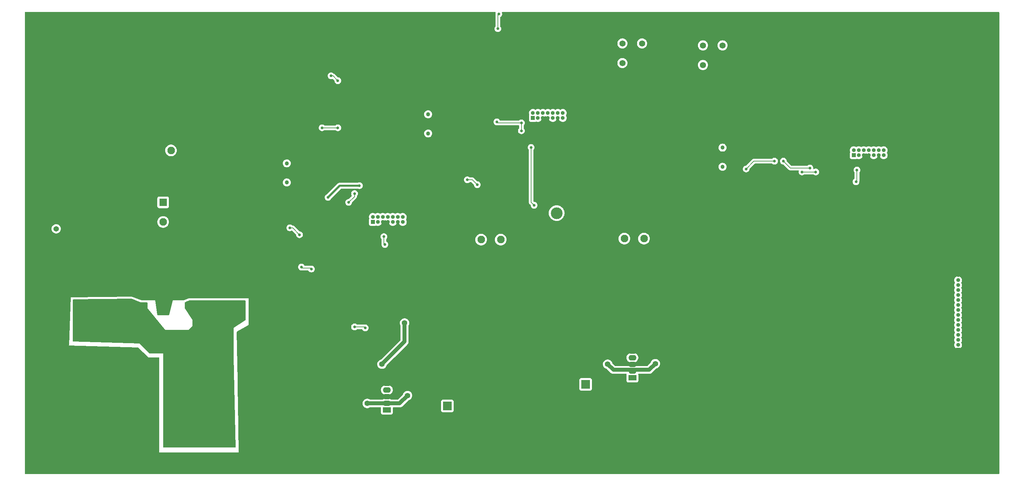
<source format=gbr>
%TF.GenerationSoftware,KiCad,Pcbnew,8.0.2*%
%TF.CreationDate,2024-07-20T17:05:26-04:00*%
%TF.ProjectId,electrical_design_hvac_v2,656c6563-7472-4696-9361-6c5f64657369,rev?*%
%TF.SameCoordinates,Original*%
%TF.FileFunction,Copper,L2,Bot*%
%TF.FilePolarity,Positive*%
%FSLAX46Y46*%
G04 Gerber Fmt 4.6, Leading zero omitted, Abs format (unit mm)*
G04 Created by KiCad (PCBNEW 8.0.2) date 2024-07-20 17:05:26*
%MOMM*%
%LPD*%
G01*
G04 APERTURE LIST*
%TA.AperFunction,ComponentPad*%
%ADD10R,2.000001X1.400000*%
%TD*%
%TA.AperFunction,ComponentPad*%
%ADD11O,2.000001X1.400000*%
%TD*%
%TA.AperFunction,ComponentPad*%
%ADD12R,2.200000X2.200000*%
%TD*%
%TA.AperFunction,ComponentPad*%
%ADD13O,2.200000X2.200000*%
%TD*%
%TA.AperFunction,ComponentPad*%
%ADD14C,1.574800*%
%TD*%
%TA.AperFunction,ComponentPad*%
%ADD15R,1.000000X1.000000*%
%TD*%
%TA.AperFunction,ComponentPad*%
%ADD16O,1.000000X1.000000*%
%TD*%
%TA.AperFunction,ComponentPad*%
%ADD17R,1.950000X1.950000*%
%TD*%
%TA.AperFunction,ComponentPad*%
%ADD18C,1.950000*%
%TD*%
%TA.AperFunction,ComponentPad*%
%ADD19C,1.030000*%
%TD*%
%TA.AperFunction,ComponentPad*%
%ADD20C,1.371600*%
%TD*%
%TA.AperFunction,ViaPad*%
%ADD21C,0.700000*%
%TD*%
%TA.AperFunction,ViaPad*%
%ADD22C,3.000000*%
%TD*%
%TA.AperFunction,ViaPad*%
%ADD23C,1.400000*%
%TD*%
%TA.AperFunction,Conductor*%
%ADD24C,0.200000*%
%TD*%
%TA.AperFunction,Conductor*%
%ADD25C,0.500000*%
%TD*%
%TA.AperFunction,Conductor*%
%ADD26C,1.000000*%
%TD*%
G04 APERTURE END LIST*
D10*
%TO.P,VR1,1,VIN*%
%TO.N,+12V*%
X178541900Y-132200000D03*
D11*
%TO.P,VR1,2,OUTPUT*%
%TO.N,Net-(D2-K)*%
X178541900Y-130500000D03*
%TO.P,VR1,3,GROUND*%
%TO.N,GND*%
X178541900Y-128799999D03*
%TO.P,VR1,4,FEEDBACK*%
%TO.N,+5V*%
X178541900Y-127100000D03*
%TO.P,VR1,5,~{ON}/OFF*%
%TO.N,GND*%
X178541900Y-125400000D03*
%TD*%
D10*
%TO.P,U2,1,VIN*%
%TO.N,+12V*%
X116000000Y-140405000D03*
D11*
%TO.P,U2,2,OUT*%
%TO.N,Net-(D1-K)*%
X116000000Y-138705000D03*
%TO.P,U2,3,GND*%
%TO.N,GND*%
X116000000Y-137004999D03*
%TO.P,U2,4,FB*%
%TO.N,+3V3*%
X116000000Y-135305000D03*
%TO.P,U2,5,ON_OFF_N*%
%TO.N,GND*%
X116000000Y-133605000D03*
%TD*%
D12*
%TO.P,D1,1,K*%
%TO.N,Net-(D1-K)*%
X131420000Y-139400000D03*
D13*
%TO.P,D1,2,A*%
%TO.N,GND*%
X141580000Y-139400000D03*
%TD*%
D14*
%TO.P,SW1,1,1*%
%TO.N,GND*%
X181000000Y-52000000D03*
%TO.P,SW1,2,2*%
%TO.N,/MCU3/pushbutton_pa2*%
X176000000Y-52000000D03*
%TO.P,SW1,3,3*%
%TO.N,unconnected-(SW1-Pad3)*%
X176000000Y-47000010D03*
%TO.P,SW1,4,4*%
%TO.N,unconnected-(SW1-Pad4)*%
X181000000Y-47000010D03*
%TD*%
D15*
%TO.P,J4,1,Pin_1*%
%TO.N,GND*%
X261500000Y-125120000D03*
D16*
%TO.P,J4,2,Pin_2*%
%TO.N,Net-(J4-Pin_2)*%
X261500000Y-123850000D03*
%TO.P,J4,3,Pin_3*%
%TO.N,Net-(J4-Pin_3)*%
X261500000Y-122580000D03*
%TO.P,J4,4,Pin_4*%
%TO.N,Net-(J4-Pin_4)*%
X261500000Y-121310000D03*
%TO.P,J4,5,Pin_5*%
%TO.N,Net-(J4-Pin_5)*%
X261500000Y-120040000D03*
%TO.P,J4,6,Pin_6*%
%TO.N,Net-(J4-Pin_6)*%
X261500000Y-118770000D03*
%TO.P,J4,7,Pin_7*%
%TO.N,unconnected-(J4-Pin_7-Pad7)*%
X261500000Y-117500000D03*
%TO.P,J4,8,Pin_8*%
%TO.N,unconnected-(J4-Pin_8-Pad8)*%
X261500000Y-116230000D03*
%TO.P,J4,9,Pin_9*%
%TO.N,unconnected-(J4-Pin_9-Pad9)*%
X261500000Y-114960000D03*
%TO.P,J4,10,Pin_10*%
%TO.N,unconnected-(J4-Pin_10-Pad10)*%
X261500000Y-113690000D03*
%TO.P,J4,11,Pin_11*%
%TO.N,Net-(J4-Pin_11)*%
X261500000Y-112420000D03*
%TO.P,J4,12,Pin_12*%
%TO.N,Net-(J4-Pin_12)*%
X261500000Y-111150000D03*
%TO.P,J4,13,Pin_13*%
%TO.N,Net-(J4-Pin_13)*%
X261500000Y-109880000D03*
%TO.P,J4,14,Pin_14*%
%TO.N,Net-(J4-Pin_14)*%
X261500000Y-108610000D03*
%TO.P,J4,15,Pin_15*%
%TO.N,+5V*%
X261500000Y-107340000D03*
%TO.P,J4,16,Pin_16*%
%TO.N,GND*%
X261500000Y-106070000D03*
%TD*%
D17*
%TO.P,J3,1,1*%
%TO.N,GND*%
X135000000Y-97000000D03*
D18*
%TO.P,J3,2,2*%
%TO.N,/MCU3/temp_sense_pa2*%
X140000000Y-97000000D03*
%TO.P,J3,3,3*%
%TO.N,+3V3*%
X145000000Y-97000000D03*
%TD*%
D17*
%TO.P,J2,1,1*%
%TO.N,GND*%
X56267000Y-132000000D03*
D18*
%TO.P,J2,2,2*%
%TO.N,+12V*%
X61267000Y-132000000D03*
%TD*%
D12*
%TO.P,D2,1,K*%
%TO.N,Net-(D2-K)*%
X166621900Y-133900000D03*
D13*
%TO.P,D2,2,A*%
%TO.N,GND*%
X156461900Y-133900000D03*
%TD*%
D19*
%TO.P,Y1,1*%
%TO.N,Net-(U1-PC14-OSCX_IN)*%
X126500000Y-65060000D03*
%TO.P,Y1,2*%
%TO.N,Net-(U1-PC15-OSCX_IN)*%
X126500000Y-69940000D03*
%TD*%
D17*
%TO.P,J8,1,1*%
%TO.N,GND*%
X61000000Y-69267000D03*
D18*
%TO.P,J8,2,2*%
%TO.N,Net-(J8-Pad2)*%
X61000000Y-74267000D03*
%TD*%
D15*
%TO.P,J5,1,Pin_1*%
%TO.N,unconnected-(J5-Pin_1-Pad1)*%
X234920000Y-75500000D03*
D16*
%TO.P,J5,2,Pin_2*%
%TO.N,unconnected-(J5-Pin_2-Pad2)*%
X234920000Y-74230000D03*
%TO.P,J5,3,Pin_3*%
%TO.N,+3V3*%
X236190000Y-75500000D03*
%TO.P,J5,4,Pin_4*%
%TO.N,MCU1_SWDIO*%
X236190000Y-74230000D03*
%TO.P,J5,5,Pin_5*%
%TO.N,GND*%
X237460000Y-75500000D03*
%TO.P,J5,6,Pin_6*%
%TO.N,MCU1_SWCLK*%
X237460000Y-74230000D03*
%TO.P,J5,7,Pin_7*%
%TO.N,GND*%
X238730000Y-75500000D03*
%TO.P,J5,8,Pin_8*%
%TO.N,unconnected-(J5-Pin_8-Pad8)*%
X238730000Y-74230000D03*
%TO.P,J5,9,Pin_9*%
%TO.N,unconnected-(J5-Pin_9-Pad9)*%
X240000000Y-75500000D03*
%TO.P,J5,10,Pin_10*%
%TO.N,unconnected-(J5-Pin_10-Pad10)*%
X240000000Y-74230000D03*
%TO.P,J5,11,Pin_11*%
%TO.N,GND*%
X241270000Y-75500000D03*
%TO.P,J5,12,Pin_12*%
%TO.N,/MCU1/NRST_PIN1*%
X241270000Y-74230000D03*
%TO.P,J5,13,Pin_13*%
%TO.N,unconnected-(J5-Pin_13-Pad13)*%
X242540000Y-75500000D03*
%TO.P,J5,14,Pin_14*%
%TO.N,unconnected-(J5-Pin_14-Pad14)*%
X242540000Y-74230000D03*
%TD*%
D15*
%TO.P,J1,1,Pin_1*%
%TO.N,unconnected-(J1-Pin_1-Pad1)*%
X153190000Y-66000000D03*
D16*
%TO.P,J1,2,Pin_2*%
%TO.N,unconnected-(J1-Pin_2-Pad2)*%
X153190000Y-64730000D03*
%TO.P,J1,3,Pin_3*%
%TO.N,+3V3*%
X154460000Y-66000000D03*
%TO.P,J1,4,Pin_4*%
%TO.N,MCU3_SWDIO*%
X154460000Y-64730000D03*
%TO.P,J1,5,Pin_5*%
%TO.N,GND*%
X155730000Y-66000000D03*
%TO.P,J1,6,Pin_6*%
%TO.N,MCU3_SWCLK*%
X155730000Y-64730000D03*
%TO.P,J1,7,Pin_7*%
%TO.N,GND*%
X157000000Y-66000000D03*
%TO.P,J1,8,Pin_8*%
%TO.N,unconnected-(J1-Pin_8-Pad8)*%
X157000000Y-64730000D03*
%TO.P,J1,9,Pin_9*%
%TO.N,unconnected-(J1-Pin_9-Pad9)*%
X158270000Y-66000000D03*
%TO.P,J1,10,Pin_10*%
%TO.N,unconnected-(J1-Pin_10-Pad10)*%
X158270000Y-64730000D03*
%TO.P,J1,11,Pin_11*%
%TO.N,GND*%
X159540000Y-66000000D03*
%TO.P,J1,12,Pin_12*%
%TO.N,/MCU3/NRST_PIN3*%
X159540000Y-64730000D03*
%TO.P,J1,13,Pin_13*%
%TO.N,unconnected-(J1-Pin_13-Pad13)*%
X160810000Y-66000000D03*
%TO.P,J1,14,Pin_14*%
%TO.N,unconnected-(J1-Pin_14-Pad14)*%
X160810000Y-64730000D03*
%TD*%
D19*
%TO.P,Y3,1*%
%TO.N,Net-(U6-PC14-OSCX_IN)*%
X90500000Y-77560000D03*
%TO.P,Y3,2*%
%TO.N,Net-(U6-PC15-OSCX_IN)*%
X90500000Y-82440000D03*
%TD*%
D15*
%TO.P,J9,1,Pin_1*%
%TO.N,unconnected-(J9-Pin_1-Pad1)*%
X112420000Y-92500000D03*
D16*
%TO.P,J9,2,Pin_2*%
%TO.N,unconnected-(J9-Pin_2-Pad2)*%
X112420000Y-91230000D03*
%TO.P,J9,3,Pin_3*%
%TO.N,+3V3*%
X113690000Y-92500000D03*
%TO.P,J9,4,Pin_4*%
%TO.N,MCU2_SWDIO*%
X113690000Y-91230000D03*
%TO.P,J9,5,Pin_5*%
%TO.N,GND*%
X114960000Y-92500000D03*
%TO.P,J9,6,Pin_6*%
%TO.N,MCU2_SWCLK*%
X114960000Y-91230000D03*
%TO.P,J9,7,Pin_7*%
%TO.N,GND*%
X116230000Y-92500000D03*
%TO.P,J9,8,Pin_8*%
%TO.N,unconnected-(J9-Pin_8-Pad8)*%
X116230000Y-91230000D03*
%TO.P,J9,9,Pin_9*%
%TO.N,unconnected-(J9-Pin_9-Pad9)*%
X117500000Y-92500000D03*
%TO.P,J9,10,Pin_10*%
%TO.N,unconnected-(J9-Pin_10-Pad10)*%
X117500000Y-91230000D03*
%TO.P,J9,11,Pin_11*%
%TO.N,GND*%
X118770000Y-92500000D03*
%TO.P,J9,12,Pin_12*%
%TO.N,/MCU2/NRST_PIN2*%
X118770000Y-91230000D03*
%TO.P,J9,13,Pin_13*%
%TO.N,unconnected-(J9-Pin_13-Pad13)*%
X120040000Y-92500000D03*
%TO.P,J9,14,Pin_14*%
%TO.N,unconnected-(J9-Pin_14-Pad14)*%
X120040000Y-91230000D03*
%TD*%
D17*
%TO.P,J6,1,1*%
%TO.N,GND*%
X171500000Y-96750000D03*
D18*
%TO.P,J6,2,2*%
%TO.N,/MCU3/temp_sense_pa1*%
X176500000Y-96750000D03*
%TO.P,J6,3,3*%
%TO.N,+3V3*%
X181500000Y-96750000D03*
%TD*%
D19*
%TO.P,Y2,1*%
%TO.N,Net-(U3-PC14-OSCX_IN)*%
X201500000Y-73560000D03*
%TO.P,Y2,2*%
%TO.N,Net-(U3-PC15-OSCX_IN)*%
X201500000Y-78440000D03*
%TD*%
D20*
%TO.P,C20,1*%
%TO.N,+12V*%
X31750000Y-94253800D03*
%TO.P,C20,2*%
%TO.N,GND*%
X31750000Y-89250000D03*
%TD*%
D14*
%TO.P,SW2,4,4*%
%TO.N,unconnected-(SW2-Pad4)*%
X201500000Y-47500010D03*
%TO.P,SW2,3,3*%
%TO.N,unconnected-(SW2-Pad3)*%
X196500000Y-47500010D03*
%TO.P,SW2,2,2*%
%TO.N,/MCU3/pushbutton_pa3*%
X196500000Y-52500000D03*
%TO.P,SW2,1,1*%
%TO.N,GND*%
X201500000Y-52500000D03*
%TD*%
D17*
%TO.P,J7,1,1*%
%TO.N,/MCU2/OUT2*%
X59000000Y-87500000D03*
D18*
%TO.P,J7,2,2*%
%TO.N,/MCU2/OUT1*%
X59000000Y-92500000D03*
%TD*%
D21*
%TO.N,GND*%
X239250000Y-78000000D03*
X167750000Y-93500000D03*
D22*
X51500000Y-145000000D03*
D21*
X192000000Y-77750000D03*
D23*
X78250000Y-73250000D03*
D21*
X206000000Y-87000000D03*
X91500000Y-121250000D03*
X117250000Y-95500000D03*
X83250000Y-98250000D03*
D23*
X153250000Y-133250000D03*
D21*
X225250000Y-142750000D03*
X95500000Y-88500000D03*
X138250000Y-69250000D03*
X231750000Y-84750000D03*
D22*
X51500000Y-134000000D03*
D23*
X26000000Y-75750000D03*
D21*
X132750000Y-92250000D03*
X223500000Y-90000000D03*
D23*
X172000000Y-125250000D03*
X81750000Y-108000000D03*
X25750000Y-86000000D03*
D21*
X207500000Y-94250000D03*
D23*
X62000000Y-103000000D03*
D22*
X45500000Y-145000000D03*
D21*
X209500000Y-110250000D03*
D23*
X27500000Y-114750000D03*
D21*
X87000000Y-93250000D03*
D23*
X62000000Y-107000000D03*
D21*
X131250000Y-73750000D03*
D23*
X27750000Y-108000000D03*
X148250000Y-129250000D03*
D21*
X183500000Y-55500000D03*
X88250000Y-121500000D03*
D22*
X45500000Y-139000000D03*
D21*
X92000000Y-130500000D03*
D22*
X51500000Y-129000000D03*
D21*
X116750000Y-67750000D03*
D23*
X28500000Y-128500000D03*
D21*
X80000000Y-80500000D03*
D22*
X59000000Y-104500000D03*
D21*
X243250000Y-129750000D03*
X158750000Y-68000000D03*
D23*
X213250000Y-127750000D03*
X56000000Y-103000000D03*
D21*
X101750000Y-87500000D03*
D23*
X54000000Y-70500000D03*
D22*
X45500000Y-134000000D03*
X45500000Y-129000000D03*
D23*
X186500000Y-138500000D03*
X27750000Y-121750000D03*
X56000000Y-107000000D03*
D21*
X216000000Y-77750000D03*
X263500000Y-127500000D03*
X257250000Y-105250000D03*
X204000000Y-56000000D03*
D22*
X51500000Y-139000000D03*
D23*
X27000000Y-65750000D03*
X144500000Y-137250000D03*
D21*
X131250000Y-78750000D03*
D23*
X118750000Y-130000000D03*
D22*
%TO.N,+12V*%
X72000000Y-130000000D03*
X63000000Y-141500000D03*
X44000000Y-114500000D03*
X77000000Y-115250000D03*
X72000000Y-141500000D03*
X66000000Y-130000000D03*
X72000000Y-135500000D03*
X66000000Y-135500000D03*
X72000000Y-146500000D03*
X72750000Y-115250000D03*
X68000000Y-115000000D03*
X38750000Y-114500000D03*
X63000000Y-146500000D03*
X49000000Y-114500000D03*
D21*
%TO.N,+3V3*%
X235500000Y-82250000D03*
X115500000Y-98250000D03*
D23*
X114750000Y-128750000D03*
D21*
X235750000Y-79250000D03*
X152750000Y-73500000D03*
X107750000Y-119250000D03*
X217000000Y-77000000D03*
X136500000Y-81750000D03*
X96750000Y-104500000D03*
X94250000Y-104000000D03*
X115250000Y-96250000D03*
X150250000Y-69250000D03*
X214750000Y-77000000D03*
D22*
X159250000Y-90250000D03*
D21*
X150250000Y-67250000D03*
D23*
X120500000Y-118250000D03*
D21*
X101000000Y-86250000D03*
X139000000Y-83000000D03*
X207500000Y-79000000D03*
X110500000Y-119500000D03*
X153500000Y-88250000D03*
X144000000Y-67000000D03*
X223750000Y-78750000D03*
X109000000Y-83250000D03*
D23*
%TO.N,Net-(D1-K)*%
X121250000Y-136750000D03*
X111000000Y-138750000D03*
%TO.N,Net-(D2-K)*%
X184375000Y-128625000D03*
X172250000Y-128750000D03*
D21*
%TO.N,Net-(Q2-Pad2)*%
X103500000Y-68500000D03*
X99500000Y-68500000D03*
%TO.N,/MCU2/PA12_fan_relay*%
X107750000Y-85250000D03*
X106250000Y-87525000D03*
%TO.N,/MCU2/PA2_hbridge_DRVOFF*%
X93750000Y-95750000D03*
X91250000Y-94000000D03*
%TO.N,I2C_SCL*%
X144250000Y-43250000D03*
X101750000Y-55250000D03*
X103500000Y-56500000D03*
X144500000Y-39500000D03*
%TO.N,/MCU1/NRST_PIN1*%
X221750000Y-79750000D03*
X225250000Y-79750000D03*
%TD*%
D24*
%TO.N,+3V3*%
X115250000Y-98000000D02*
X115500000Y-98250000D01*
X136500000Y-81750000D02*
X137750000Y-81750000D01*
X152750000Y-73500000D02*
X152750000Y-87500000D01*
X218750000Y-78750000D02*
X217000000Y-77000000D01*
X152750000Y-87500000D02*
X153500000Y-88250000D01*
X235750000Y-79250000D02*
X235750000Y-82000000D01*
X137750000Y-81750000D02*
X139000000Y-83000000D01*
X214750000Y-77000000D02*
X209500000Y-77000000D01*
X144250000Y-67250000D02*
X150250000Y-67250000D01*
X94250000Y-104000000D02*
X94500000Y-104250000D01*
X94500000Y-104250000D02*
X96500000Y-104250000D01*
X107750000Y-119250000D02*
X110250000Y-119250000D01*
X209500000Y-77000000D02*
X207500000Y-79000000D01*
D25*
X104000000Y-83250000D02*
X101000000Y-86250000D01*
D24*
X223750000Y-78750000D02*
X218750000Y-78750000D01*
X115250000Y-96250000D02*
X115250000Y-98000000D01*
D25*
X109000000Y-83250000D02*
X104000000Y-83250000D01*
D26*
X120500000Y-123000000D02*
X120500000Y-118250000D01*
X114750000Y-128750000D02*
X120500000Y-123000000D01*
D24*
X235750000Y-82000000D02*
X235500000Y-82250000D01*
X150250000Y-67250000D02*
X150250000Y-69250000D01*
X110250000Y-119250000D02*
X110500000Y-119500000D01*
X96500000Y-104250000D02*
X96750000Y-104500000D01*
X144000000Y-67000000D02*
X144250000Y-67250000D01*
D26*
%TO.N,Net-(D1-K)*%
X111000000Y-138750000D02*
X119250000Y-138750000D01*
X119250000Y-138750000D02*
X121250000Y-136750000D01*
%TO.N,Net-(D2-K)*%
X173699999Y-130199999D02*
X182800001Y-130199999D01*
X182800001Y-130199999D02*
X184375000Y-128625000D01*
X172250000Y-128750000D02*
X173699999Y-130199999D01*
D24*
%TO.N,Net-(Q2-Pad2)*%
X103500000Y-68500000D02*
X99500000Y-68500000D01*
%TO.N,/MCU2/PA12_fan_relay*%
X107750000Y-86025000D02*
X107750000Y-85250000D01*
X106250000Y-87525000D02*
X107750000Y-86025000D01*
%TO.N,/MCU2/PA2_hbridge_DRVOFF*%
X93750000Y-95750000D02*
X92000000Y-94000000D01*
X92000000Y-94000000D02*
X91250000Y-94000000D01*
%TO.N,I2C_SCL*%
X144250000Y-39750000D02*
X144500000Y-39500000D01*
X102250000Y-55250000D02*
X103500000Y-56500000D01*
X101750000Y-55250000D02*
X102250000Y-55250000D01*
X144250000Y-43250000D02*
X144250000Y-39750000D01*
%TO.N,/MCU1/NRST_PIN1*%
X221750000Y-79750000D02*
X225250000Y-79750000D01*
%TD*%
%TA.AperFunction,Conductor*%
%TO.N,+12V*%
G36*
X50929877Y-112016390D02*
G01*
X53290090Y-112960476D01*
X53290099Y-112960478D01*
X53290100Y-112960479D01*
X53382217Y-112987506D01*
X53382222Y-112987507D01*
X53382232Y-112987510D01*
X53428284Y-112996379D01*
X53466522Y-113000027D01*
X53523871Y-113005500D01*
X53523880Y-113005500D01*
X54876000Y-113005500D01*
X54943039Y-113025185D01*
X54988794Y-113077989D01*
X55000000Y-113129500D01*
X55000000Y-114500000D01*
X59500000Y-120000000D01*
X65500000Y-120000000D01*
X66500000Y-119000000D01*
X66500000Y-117500000D01*
X66500000Y-117499999D01*
X64520826Y-114531238D01*
X64500018Y-114464539D01*
X64500000Y-114462455D01*
X64500000Y-113076636D01*
X64519685Y-113009597D01*
X64568546Y-112965727D01*
X65050988Y-112724506D01*
X65060390Y-112720284D01*
X65575178Y-112514369D01*
X65621230Y-112505500D01*
X79876000Y-112505500D01*
X79943039Y-112525185D01*
X79988794Y-112577989D01*
X80000000Y-112629500D01*
X80000000Y-117433637D01*
X79980315Y-117500676D01*
X79944783Y-117536811D01*
X77000000Y-119499999D01*
X77000000Y-126999987D01*
X77497246Y-149873305D01*
X77479023Y-149940756D01*
X77427226Y-149987648D01*
X77373275Y-150000000D01*
X59124000Y-150000000D01*
X59056961Y-149980315D01*
X59011206Y-149927511D01*
X59000000Y-149876000D01*
X59000000Y-126000000D01*
X55551362Y-126000000D01*
X55484323Y-125980315D01*
X55463681Y-125963681D01*
X53000000Y-123500000D01*
X52999998Y-123499999D01*
X36120355Y-123003539D01*
X36053923Y-122981892D01*
X36009740Y-122927766D01*
X36000000Y-122879593D01*
X36000000Y-112377520D01*
X36019685Y-112310481D01*
X36072489Y-112264726D01*
X36121929Y-112253537D01*
X50881766Y-112007539D01*
X50929877Y-112016390D01*
G37*
%TD.AperFunction*%
%TD*%
%TA.AperFunction,Conductor*%
%TO.N,GND*%
G36*
X143664396Y-39020185D02*
G01*
X143710151Y-39072989D01*
X143720095Y-39142147D01*
X143715288Y-39162818D01*
X143663504Y-39322192D01*
X143663503Y-39322194D01*
X143644815Y-39500001D01*
X143656636Y-39612483D01*
X143653091Y-39657531D01*
X143649500Y-39670934D01*
X143649499Y-39670943D01*
X143649499Y-39839046D01*
X143649500Y-39839059D01*
X143649500Y-42598270D01*
X143629815Y-42665309D01*
X143617650Y-42681242D01*
X143558144Y-42747329D01*
X143558139Y-42747336D01*
X143468750Y-42902164D01*
X143468747Y-42902170D01*
X143413504Y-43072192D01*
X143413503Y-43072194D01*
X143394815Y-43250000D01*
X143413503Y-43427805D01*
X143413504Y-43427807D01*
X143468747Y-43597829D01*
X143468750Y-43597835D01*
X143558141Y-43752665D01*
X143599812Y-43798946D01*
X143677764Y-43885521D01*
X143677767Y-43885523D01*
X143677770Y-43885526D01*
X143822407Y-43990612D01*
X143985733Y-44063329D01*
X144160609Y-44100500D01*
X144160610Y-44100500D01*
X144339389Y-44100500D01*
X144339391Y-44100500D01*
X144514267Y-44063329D01*
X144677593Y-43990612D01*
X144822230Y-43885526D01*
X144941859Y-43752665D01*
X145031250Y-43597835D01*
X145086497Y-43427803D01*
X145105185Y-43250000D01*
X145086497Y-43072197D01*
X145031250Y-42902165D01*
X144941859Y-42747335D01*
X144941855Y-42747329D01*
X144882350Y-42681242D01*
X144852120Y-42618250D01*
X144850500Y-42598270D01*
X144850500Y-40355462D01*
X144870185Y-40288423D01*
X144922989Y-40242668D01*
X144923915Y-40242249D01*
X144927593Y-40240612D01*
X145072230Y-40135526D01*
X145191859Y-40002665D01*
X145281250Y-39847835D01*
X145336497Y-39677803D01*
X145355185Y-39500000D01*
X145336497Y-39322197D01*
X145316858Y-39261756D01*
X145284712Y-39162818D01*
X145282717Y-39092977D01*
X145318798Y-39033144D01*
X145381499Y-39002316D01*
X145402643Y-39000500D01*
X271875500Y-39000500D01*
X271942539Y-39020185D01*
X271988294Y-39072989D01*
X271999500Y-39124500D01*
X271999500Y-156625500D01*
X271979815Y-156692539D01*
X271927011Y-156738294D01*
X271875500Y-156749500D01*
X23874500Y-156749500D01*
X23807461Y-156729815D01*
X23761706Y-156677011D01*
X23750500Y-156625500D01*
X23750500Y-124000000D01*
X35000000Y-124000000D01*
X52454105Y-124498688D01*
X52520553Y-124520279D01*
X52533968Y-124530880D01*
X55250000Y-127000000D01*
X57876000Y-127000000D01*
X57943039Y-127019685D01*
X57988794Y-127072489D01*
X58000000Y-127124000D01*
X58000000Y-151250000D01*
X78249999Y-151250000D01*
X78250000Y-151250000D01*
X78046748Y-138749999D01*
X109794357Y-138749999D01*
X109794357Y-138750000D01*
X109814884Y-138971535D01*
X109814885Y-138971537D01*
X109875769Y-139185523D01*
X109875775Y-139185538D01*
X109974938Y-139384683D01*
X109974943Y-139384691D01*
X110109020Y-139562238D01*
X110273437Y-139712123D01*
X110273439Y-139712125D01*
X110462595Y-139829245D01*
X110462596Y-139829245D01*
X110462599Y-139829247D01*
X110670060Y-139909618D01*
X110888757Y-139950500D01*
X110888759Y-139950500D01*
X111111241Y-139950500D01*
X111111243Y-139950500D01*
X111329940Y-139909618D01*
X111537401Y-139829247D01*
X111634586Y-139769073D01*
X111699863Y-139750500D01*
X114375499Y-139750500D01*
X114442538Y-139770185D01*
X114488293Y-139822989D01*
X114499499Y-139874500D01*
X114499499Y-141152870D01*
X114499500Y-141152876D01*
X114505907Y-141212483D01*
X114556201Y-141347328D01*
X114556205Y-141347335D01*
X114642451Y-141462544D01*
X114642454Y-141462547D01*
X114757663Y-141548793D01*
X114757670Y-141548797D01*
X114892516Y-141599091D01*
X114892515Y-141599091D01*
X114899443Y-141599835D01*
X114952126Y-141605500D01*
X117047873Y-141605499D01*
X117107484Y-141599091D01*
X117242332Y-141548796D01*
X117357547Y-141462546D01*
X117443797Y-141347331D01*
X117494092Y-141212483D01*
X117500501Y-141152873D01*
X117500500Y-139874499D01*
X117520185Y-139807461D01*
X117572988Y-139761706D01*
X117624500Y-139750500D01*
X119348542Y-139750500D01*
X119367870Y-139746655D01*
X119445188Y-139731275D01*
X119541836Y-139712051D01*
X119595165Y-139689961D01*
X119723914Y-139636632D01*
X119887782Y-139527139D01*
X120027139Y-139387782D01*
X120027140Y-139387779D01*
X120034206Y-139380714D01*
X120034209Y-139380710D01*
X121162783Y-138252135D01*
X129819500Y-138252135D01*
X129819500Y-140547870D01*
X129819501Y-140547876D01*
X129825908Y-140607483D01*
X129876202Y-140742328D01*
X129876206Y-140742335D01*
X129962452Y-140857544D01*
X129962455Y-140857547D01*
X130077664Y-140943793D01*
X130077671Y-140943797D01*
X130212517Y-140994091D01*
X130212516Y-140994091D01*
X130219444Y-140994835D01*
X130272127Y-141000500D01*
X132567872Y-141000499D01*
X132627483Y-140994091D01*
X132762331Y-140943796D01*
X132877546Y-140857546D01*
X132963796Y-140742331D01*
X133014091Y-140607483D01*
X133020500Y-140547873D01*
X133020499Y-138252128D01*
X133014091Y-138192517D01*
X132963796Y-138057669D01*
X132963795Y-138057668D01*
X132963793Y-138057664D01*
X132877547Y-137942455D01*
X132877544Y-137942452D01*
X132762335Y-137856206D01*
X132762328Y-137856202D01*
X132627482Y-137805908D01*
X132627483Y-137805908D01*
X132567883Y-137799501D01*
X132567881Y-137799500D01*
X132567873Y-137799500D01*
X132567864Y-137799500D01*
X130272129Y-137799500D01*
X130272123Y-137799501D01*
X130212516Y-137805908D01*
X130077671Y-137856202D01*
X130077664Y-137856206D01*
X129962455Y-137942452D01*
X129962452Y-137942455D01*
X129876206Y-138057664D01*
X129876202Y-138057671D01*
X129825908Y-138192517D01*
X129819501Y-138252116D01*
X129819501Y-138252123D01*
X129819500Y-138252135D01*
X121162783Y-138252135D01*
X121460990Y-137953928D01*
X121522311Y-137920445D01*
X121525838Y-137919731D01*
X121579940Y-137909618D01*
X121787401Y-137829247D01*
X121976562Y-137712124D01*
X122140981Y-137562236D01*
X122275058Y-137384689D01*
X122374229Y-137185528D01*
X122435115Y-136971536D01*
X122455643Y-136750000D01*
X122435115Y-136528464D01*
X122374229Y-136314472D01*
X122327531Y-136220690D01*
X122275061Y-136115316D01*
X122275056Y-136115308D01*
X122140979Y-135937761D01*
X121976562Y-135787876D01*
X121976560Y-135787874D01*
X121787404Y-135670754D01*
X121787398Y-135670752D01*
X121579940Y-135590382D01*
X121361243Y-135549500D01*
X121138757Y-135549500D01*
X120920060Y-135590382D01*
X120788864Y-135641207D01*
X120712601Y-135670752D01*
X120712595Y-135670754D01*
X120523439Y-135787874D01*
X120523437Y-135787876D01*
X120359020Y-135937761D01*
X120224943Y-136115308D01*
X120224936Y-136115320D01*
X120125775Y-136314462D01*
X120125768Y-136314480D01*
X120076985Y-136485932D01*
X120045400Y-136539678D01*
X118871899Y-137713181D01*
X118810576Y-137746666D01*
X118784218Y-137749500D01*
X117067570Y-137749500D01*
X117000531Y-137729815D01*
X116994692Y-137725823D01*
X116929199Y-137678240D01*
X116914503Y-137670752D01*
X116760836Y-137592454D01*
X116581118Y-137534059D01*
X116394486Y-137504500D01*
X116394481Y-137504500D01*
X115605519Y-137504500D01*
X115605514Y-137504500D01*
X115418881Y-137534059D01*
X115239163Y-137592454D01*
X115070800Y-137678240D01*
X115027583Y-137709639D01*
X115005314Y-137725818D01*
X114939509Y-137749298D01*
X114932430Y-137749500D01*
X111699863Y-137749500D01*
X111634586Y-137730927D01*
X111537404Y-137670754D01*
X111537398Y-137670752D01*
X111329940Y-137590382D01*
X111111243Y-137549500D01*
X110888757Y-137549500D01*
X110670060Y-137590382D01*
X110538864Y-137641207D01*
X110462601Y-137670752D01*
X110462595Y-137670754D01*
X110273439Y-137787874D01*
X110273437Y-137787876D01*
X110109020Y-137937761D01*
X109974943Y-138115308D01*
X109974938Y-138115316D01*
X109875775Y-138314461D01*
X109875769Y-138314476D01*
X109814885Y-138528462D01*
X109814884Y-138528464D01*
X109794357Y-138749999D01*
X78046748Y-138749999D01*
X77989195Y-135210513D01*
X114499500Y-135210513D01*
X114499500Y-135399486D01*
X114529059Y-135586118D01*
X114587454Y-135765836D01*
X114673240Y-135934199D01*
X114784310Y-136087073D01*
X114917927Y-136220690D01*
X115070801Y-136331760D01*
X115150347Y-136372290D01*
X115239163Y-136417545D01*
X115239165Y-136417545D01*
X115239168Y-136417547D01*
X115335497Y-136448846D01*
X115418881Y-136475940D01*
X115605514Y-136505500D01*
X115605519Y-136505500D01*
X116394486Y-136505500D01*
X116581118Y-136475940D01*
X116760832Y-136417547D01*
X116929199Y-136331760D01*
X117082073Y-136220690D01*
X117215690Y-136087073D01*
X117326760Y-135934199D01*
X117412547Y-135765832D01*
X117470940Y-135586118D01*
X117476740Y-135549500D01*
X117500500Y-135399486D01*
X117500500Y-135210513D01*
X117470940Y-135023881D01*
X117412545Y-134844163D01*
X117326759Y-134675800D01*
X117215690Y-134522927D01*
X117082073Y-134389310D01*
X116929199Y-134278240D01*
X116760836Y-134192454D01*
X116581118Y-134134059D01*
X116394486Y-134104500D01*
X116394481Y-134104500D01*
X115605519Y-134104500D01*
X115605514Y-134104500D01*
X115418881Y-134134059D01*
X115239163Y-134192454D01*
X115070800Y-134278240D01*
X114983579Y-134341610D01*
X114917927Y-134389310D01*
X114917925Y-134389312D01*
X114917924Y-134389312D01*
X114784312Y-134522924D01*
X114784312Y-134522925D01*
X114784310Y-134522927D01*
X114736610Y-134588579D01*
X114673240Y-134675800D01*
X114587454Y-134844163D01*
X114529059Y-135023881D01*
X114499500Y-135210513D01*
X77989195Y-135210513D01*
X77949221Y-132752135D01*
X165021400Y-132752135D01*
X165021400Y-135047870D01*
X165021401Y-135047876D01*
X165027808Y-135107483D01*
X165078102Y-135242328D01*
X165078106Y-135242335D01*
X165164352Y-135357544D01*
X165164355Y-135357547D01*
X165279564Y-135443793D01*
X165279571Y-135443797D01*
X165414417Y-135494091D01*
X165414416Y-135494091D01*
X165421344Y-135494835D01*
X165474027Y-135500500D01*
X167769772Y-135500499D01*
X167829383Y-135494091D01*
X167964231Y-135443796D01*
X168079446Y-135357546D01*
X168165696Y-135242331D01*
X168215991Y-135107483D01*
X168222400Y-135047873D01*
X168222399Y-132752128D01*
X168215991Y-132692517D01*
X168165696Y-132557669D01*
X168165695Y-132557668D01*
X168165693Y-132557664D01*
X168079447Y-132442455D01*
X168079444Y-132442452D01*
X167964235Y-132356206D01*
X167964228Y-132356202D01*
X167829382Y-132305908D01*
X167829383Y-132305908D01*
X167769783Y-132299501D01*
X167769781Y-132299500D01*
X167769773Y-132299500D01*
X167769764Y-132299500D01*
X165474029Y-132299500D01*
X165474023Y-132299501D01*
X165414416Y-132305908D01*
X165279571Y-132356202D01*
X165279564Y-132356206D01*
X165164355Y-132442452D01*
X165164352Y-132442455D01*
X165078106Y-132557664D01*
X165078102Y-132557671D01*
X165027808Y-132692517D01*
X165021401Y-132752116D01*
X165021401Y-132752123D01*
X165021400Y-132752135D01*
X77949221Y-132752135D01*
X77884146Y-128749999D01*
X113544357Y-128749999D01*
X113544357Y-128750000D01*
X113564884Y-128971535D01*
X113564885Y-128971537D01*
X113625769Y-129185523D01*
X113625775Y-129185538D01*
X113724938Y-129384683D01*
X113724943Y-129384691D01*
X113859020Y-129562238D01*
X114023437Y-129712123D01*
X114023439Y-129712125D01*
X114212595Y-129829245D01*
X114212596Y-129829245D01*
X114212599Y-129829247D01*
X114420060Y-129909618D01*
X114638757Y-129950500D01*
X114638759Y-129950500D01*
X114861241Y-129950500D01*
X114861243Y-129950500D01*
X115079940Y-129909618D01*
X115287401Y-129829247D01*
X115476562Y-129712124D01*
X115640981Y-129562236D01*
X115775058Y-129384689D01*
X115874229Y-129185528D01*
X115923013Y-129014064D01*
X115954596Y-128960322D01*
X116164919Y-128749999D01*
X171044357Y-128749999D01*
X171044357Y-128750000D01*
X171064884Y-128971535D01*
X171064885Y-128971537D01*
X171125769Y-129185523D01*
X171125775Y-129185538D01*
X171224938Y-129384683D01*
X171224943Y-129384691D01*
X171359020Y-129562238D01*
X171523437Y-129712123D01*
X171523439Y-129712125D01*
X171712595Y-129829245D01*
X171712596Y-129829245D01*
X171712599Y-129829247D01*
X171920060Y-129909618D01*
X171974115Y-129919722D01*
X172036394Y-129951391D01*
X172039009Y-129953930D01*
X172922859Y-130837780D01*
X172922860Y-130837781D01*
X172995798Y-130910719D01*
X173062218Y-130977139D01*
X173226078Y-131086627D01*
X173226091Y-131086634D01*
X173354832Y-131139960D01*
X173408158Y-131162048D01*
X173408163Y-131162050D01*
X173446396Y-131169655D01*
X173485161Y-131177366D01*
X173601455Y-131200499D01*
X173601458Y-131200499D01*
X173601459Y-131200499D01*
X173798539Y-131200499D01*
X176940833Y-131200499D01*
X177007872Y-131220184D01*
X177053627Y-131272988D01*
X177063571Y-131342146D01*
X177057015Y-131367833D01*
X177047807Y-131392518D01*
X177041400Y-131452116D01*
X177041400Y-131452123D01*
X177041399Y-131452135D01*
X177041399Y-132947870D01*
X177041400Y-132947876D01*
X177047807Y-133007483D01*
X177098101Y-133142328D01*
X177098105Y-133142335D01*
X177184351Y-133257544D01*
X177184354Y-133257547D01*
X177299563Y-133343793D01*
X177299570Y-133343797D01*
X177434416Y-133394091D01*
X177434415Y-133394091D01*
X177441343Y-133394835D01*
X177494026Y-133400500D01*
X179589773Y-133400499D01*
X179649384Y-133394091D01*
X179784232Y-133343796D01*
X179899447Y-133257546D01*
X179985697Y-133142331D01*
X180035992Y-133007483D01*
X180042401Y-132947873D01*
X180042400Y-131452128D01*
X180035992Y-131392517D01*
X180026784Y-131367831D01*
X180021801Y-131298141D01*
X180055285Y-131236818D01*
X180116608Y-131203333D01*
X180142967Y-131200499D01*
X182898544Y-131200499D01*
X183001916Y-131179936D01*
X183053604Y-131169655D01*
X183091837Y-131162050D01*
X183145166Y-131139960D01*
X183273915Y-131086631D01*
X183437783Y-130977138D01*
X183577140Y-130837781D01*
X183577141Y-130837778D01*
X183584207Y-130830713D01*
X183584210Y-130830709D01*
X184585990Y-129828928D01*
X184647311Y-129795445D01*
X184650838Y-129794731D01*
X184704940Y-129784618D01*
X184912401Y-129704247D01*
X185101562Y-129587124D01*
X185265981Y-129437236D01*
X185400058Y-129259689D01*
X185499229Y-129060528D01*
X185560115Y-128846536D01*
X185580643Y-128625000D01*
X185567756Y-128485930D01*
X185560115Y-128403464D01*
X185560114Y-128403462D01*
X185548013Y-128360932D01*
X185499229Y-128189472D01*
X185468002Y-128126760D01*
X185400061Y-127990316D01*
X185400056Y-127990308D01*
X185265979Y-127812761D01*
X185101562Y-127662876D01*
X185101560Y-127662874D01*
X184912404Y-127545754D01*
X184912398Y-127545752D01*
X184704940Y-127465382D01*
X184486243Y-127424500D01*
X184263757Y-127424500D01*
X184045060Y-127465382D01*
X183913864Y-127516207D01*
X183837601Y-127545752D01*
X183837595Y-127545754D01*
X183648439Y-127662874D01*
X183648437Y-127662876D01*
X183484020Y-127812761D01*
X183349943Y-127990308D01*
X183349936Y-127990320D01*
X183250775Y-128189462D01*
X183250768Y-128189480D01*
X183201985Y-128360932D01*
X183170400Y-128414678D01*
X182421900Y-129163180D01*
X182360577Y-129196665D01*
X182334219Y-129199499D01*
X174165782Y-129199499D01*
X174098743Y-129179814D01*
X174078101Y-129163180D01*
X173454598Y-128539678D01*
X173423013Y-128485932D01*
X173374229Y-128314472D01*
X173374224Y-128314461D01*
X173275061Y-128115316D01*
X173275056Y-128115308D01*
X173140979Y-127937761D01*
X172976562Y-127787876D01*
X172976560Y-127787874D01*
X172787404Y-127670754D01*
X172787398Y-127670752D01*
X172579940Y-127590382D01*
X172361243Y-127549500D01*
X172138757Y-127549500D01*
X171920060Y-127590382D01*
X171788864Y-127641207D01*
X171712601Y-127670752D01*
X171712595Y-127670754D01*
X171523439Y-127787874D01*
X171523437Y-127787876D01*
X171359020Y-127937761D01*
X171224943Y-128115308D01*
X171224938Y-128115316D01*
X171125775Y-128314461D01*
X171125769Y-128314476D01*
X171064885Y-128528462D01*
X171064884Y-128528464D01*
X171044357Y-128749999D01*
X116164919Y-128749999D01*
X117909405Y-127005513D01*
X177041400Y-127005513D01*
X177041400Y-127194486D01*
X177070959Y-127381118D01*
X177129354Y-127560836D01*
X177185360Y-127670753D01*
X177215140Y-127729199D01*
X177326210Y-127882073D01*
X177459827Y-128015690D01*
X177612701Y-128126760D01*
X177692247Y-128167290D01*
X177781063Y-128212545D01*
X177781065Y-128212545D01*
X177781068Y-128212547D01*
X177877397Y-128243846D01*
X177960781Y-128270940D01*
X178147414Y-128300500D01*
X178147419Y-128300500D01*
X178936386Y-128300500D01*
X179123018Y-128270940D01*
X179302732Y-128212547D01*
X179471099Y-128126760D01*
X179623973Y-128015690D01*
X179757590Y-127882073D01*
X179868660Y-127729199D01*
X179954447Y-127560832D01*
X180012840Y-127381118D01*
X180042400Y-127194486D01*
X180042400Y-127005513D01*
X180012840Y-126818881D01*
X179954445Y-126639163D01*
X179868659Y-126470800D01*
X179757590Y-126317927D01*
X179623973Y-126184310D01*
X179471099Y-126073240D01*
X179302736Y-125987454D01*
X179123018Y-125929059D01*
X178936386Y-125899500D01*
X178936381Y-125899500D01*
X178147419Y-125899500D01*
X178147414Y-125899500D01*
X177960781Y-125929059D01*
X177781063Y-125987454D01*
X177612700Y-126073240D01*
X177525479Y-126136610D01*
X177459827Y-126184310D01*
X177459825Y-126184312D01*
X177459824Y-126184312D01*
X177326212Y-126317924D01*
X177326212Y-126317925D01*
X177326210Y-126317927D01*
X177278510Y-126383579D01*
X177215140Y-126470800D01*
X177129354Y-126639163D01*
X177070959Y-126818881D01*
X177041400Y-127005513D01*
X117909405Y-127005513D01*
X121137778Y-123777141D01*
X121137782Y-123777139D01*
X121277139Y-123637782D01*
X121386632Y-123473914D01*
X121462051Y-123291835D01*
X121462125Y-123291467D01*
X121462233Y-123290923D01*
X121474478Y-123229361D01*
X121496539Y-123118452D01*
X121500500Y-123098541D01*
X121500500Y-118958769D01*
X121520185Y-118891730D01*
X121524761Y-118885167D01*
X121525053Y-118884694D01*
X121525058Y-118884689D01*
X121624229Y-118685528D01*
X121685115Y-118471536D01*
X121705643Y-118250000D01*
X121702072Y-118211467D01*
X121685115Y-118028464D01*
X121685114Y-118028462D01*
X121624230Y-117814476D01*
X121624229Y-117814472D01*
X121624224Y-117814461D01*
X121525061Y-117615316D01*
X121525056Y-117615308D01*
X121390979Y-117437761D01*
X121226562Y-117287876D01*
X121226560Y-117287874D01*
X121037404Y-117170754D01*
X121037398Y-117170752D01*
X120829940Y-117090382D01*
X120611243Y-117049500D01*
X120388757Y-117049500D01*
X120170060Y-117090382D01*
X120038864Y-117141207D01*
X119962601Y-117170752D01*
X119962595Y-117170754D01*
X119773439Y-117287874D01*
X119773437Y-117287876D01*
X119609020Y-117437761D01*
X119474943Y-117615308D01*
X119474938Y-117615316D01*
X119375775Y-117814461D01*
X119375769Y-117814476D01*
X119314885Y-118028462D01*
X119314884Y-118028464D01*
X119294357Y-118249999D01*
X119294357Y-118250000D01*
X119314884Y-118471535D01*
X119314885Y-118471537D01*
X119375769Y-118685523D01*
X119375775Y-118685538D01*
X119474938Y-118884683D01*
X119477959Y-118889561D01*
X119476805Y-118890275D01*
X119499145Y-118949389D01*
X119499500Y-118958769D01*
X119499500Y-122534217D01*
X119479815Y-122601256D01*
X119463181Y-122621898D01*
X114539009Y-127546069D01*
X114477686Y-127579554D01*
X114474115Y-127580276D01*
X114420068Y-127590380D01*
X114420060Y-127590382D01*
X114212601Y-127670751D01*
X114212595Y-127670754D01*
X114023439Y-127787874D01*
X114023437Y-127787876D01*
X113859020Y-127937761D01*
X113724943Y-128115308D01*
X113724938Y-128115316D01*
X113625775Y-128314461D01*
X113625769Y-128314476D01*
X113564885Y-128528462D01*
X113564884Y-128528464D01*
X113544357Y-128749999D01*
X77884146Y-128749999D01*
X77751179Y-120572556D01*
X77769771Y-120505208D01*
X77812680Y-120463436D01*
X79892857Y-119250000D01*
X106894815Y-119250000D01*
X106913503Y-119427805D01*
X106913504Y-119427807D01*
X106968747Y-119597829D01*
X106968750Y-119597835D01*
X107058141Y-119752665D01*
X107099812Y-119798946D01*
X107177764Y-119885521D01*
X107177767Y-119885523D01*
X107177770Y-119885526D01*
X107322407Y-119990612D01*
X107485733Y-120063329D01*
X107660609Y-120100500D01*
X107660610Y-120100500D01*
X107839389Y-120100500D01*
X107839391Y-120100500D01*
X108014267Y-120063329D01*
X108177593Y-119990612D01*
X108322230Y-119885526D01*
X108322238Y-119885517D01*
X108325755Y-119882351D01*
X108388747Y-119852121D01*
X108408729Y-119850500D01*
X109648697Y-119850500D01*
X109715736Y-119870185D01*
X109756084Y-119912500D01*
X109796051Y-119981725D01*
X109808141Y-120002665D01*
X109841758Y-120040000D01*
X109927764Y-120135521D01*
X109927767Y-120135523D01*
X109927770Y-120135526D01*
X110072407Y-120240612D01*
X110235733Y-120313329D01*
X110410609Y-120350500D01*
X110410610Y-120350500D01*
X110589389Y-120350500D01*
X110589391Y-120350500D01*
X110764267Y-120313329D01*
X110927593Y-120240612D01*
X111072230Y-120135526D01*
X111191859Y-120002665D01*
X111281250Y-119847835D01*
X111336497Y-119677803D01*
X111355185Y-119500000D01*
X111336497Y-119322197D01*
X111308873Y-119237181D01*
X111281252Y-119152170D01*
X111281249Y-119152164D01*
X111191859Y-118997335D01*
X111106172Y-118902170D01*
X111072235Y-118864478D01*
X111072232Y-118864476D01*
X111072231Y-118864475D01*
X111072230Y-118864474D01*
X110927593Y-118759388D01*
X110764267Y-118686671D01*
X110764265Y-118686670D01*
X110634861Y-118659165D01*
X110589391Y-118649500D01*
X110410609Y-118649500D01*
X110410608Y-118649500D01*
X110394246Y-118652977D01*
X110336382Y-118651461D01*
X110329061Y-118649499D01*
X110329057Y-118649499D01*
X110170943Y-118649499D01*
X110163347Y-118649499D01*
X110163331Y-118649500D01*
X108408729Y-118649500D01*
X108341690Y-118629815D01*
X108325755Y-118617649D01*
X108322233Y-118614477D01*
X108322230Y-118614474D01*
X108177593Y-118509388D01*
X108014267Y-118436671D01*
X108014265Y-118436670D01*
X107886594Y-118409533D01*
X107839391Y-118399500D01*
X107660609Y-118399500D01*
X107629954Y-118406015D01*
X107485733Y-118436670D01*
X107485728Y-118436672D01*
X107322408Y-118509387D01*
X107177768Y-118614475D01*
X107058140Y-118747336D01*
X106968750Y-118902164D01*
X106968747Y-118902170D01*
X106913504Y-119072192D01*
X106913503Y-119072194D01*
X106894815Y-119250000D01*
X79892857Y-119250000D01*
X80750000Y-118750000D01*
X80750000Y-112000000D01*
X65500000Y-112000000D01*
X64272172Y-112491131D01*
X64226120Y-112500000D01*
X61500000Y-112500000D01*
X60607929Y-115845269D01*
X60524547Y-116157950D01*
X60488254Y-116217654D01*
X60425443Y-116248258D01*
X60404734Y-116250000D01*
X57608564Y-116250000D01*
X57541525Y-116230315D01*
X57495770Y-116177511D01*
X57485652Y-116142388D01*
X57000000Y-112500000D01*
X53523880Y-112500000D01*
X53477828Y-112491131D01*
X51000002Y-111500000D01*
X50999998Y-111499999D01*
X36003463Y-111749942D01*
X35996538Y-111749864D01*
X35490798Y-111730031D01*
X35008632Y-123784212D01*
X35000000Y-124000000D01*
X23750500Y-124000000D01*
X23750500Y-107340000D01*
X260494659Y-107340000D01*
X260513975Y-107536129D01*
X260571188Y-107724733D01*
X260664086Y-107898532D01*
X260667473Y-107903601D01*
X260665836Y-107904694D01*
X260689596Y-107960663D01*
X260677795Y-108029529D01*
X260667109Y-108046156D01*
X260667473Y-108046399D01*
X260664086Y-108051467D01*
X260571188Y-108225266D01*
X260513975Y-108413870D01*
X260494659Y-108610000D01*
X260513975Y-108806129D01*
X260571188Y-108994733D01*
X260664086Y-109168532D01*
X260667473Y-109173601D01*
X260665836Y-109174694D01*
X260689596Y-109230663D01*
X260677795Y-109299529D01*
X260667109Y-109316156D01*
X260667473Y-109316399D01*
X260664086Y-109321467D01*
X260571188Y-109495266D01*
X260513975Y-109683870D01*
X260494659Y-109880000D01*
X260513975Y-110076129D01*
X260571188Y-110264733D01*
X260664086Y-110438532D01*
X260667473Y-110443601D01*
X260665836Y-110444694D01*
X260689596Y-110500663D01*
X260677795Y-110569529D01*
X260667109Y-110586156D01*
X260667473Y-110586399D01*
X260664086Y-110591467D01*
X260571188Y-110765266D01*
X260513975Y-110953870D01*
X260494659Y-111150000D01*
X260513975Y-111346129D01*
X260571188Y-111534733D01*
X260664086Y-111708532D01*
X260667473Y-111713601D01*
X260665836Y-111714694D01*
X260689596Y-111770663D01*
X260677795Y-111839529D01*
X260667109Y-111856156D01*
X260667473Y-111856399D01*
X260664086Y-111861467D01*
X260571188Y-112035266D01*
X260513975Y-112223870D01*
X260494659Y-112420000D01*
X260513975Y-112616129D01*
X260571188Y-112804733D01*
X260664086Y-112978532D01*
X260667473Y-112983601D01*
X260665836Y-112984694D01*
X260689596Y-113040663D01*
X260677795Y-113109529D01*
X260667109Y-113126156D01*
X260667473Y-113126399D01*
X260664086Y-113131467D01*
X260571188Y-113305266D01*
X260513975Y-113493870D01*
X260494659Y-113690000D01*
X260513975Y-113886129D01*
X260571188Y-114074733D01*
X260664086Y-114248532D01*
X260667473Y-114253601D01*
X260665836Y-114254694D01*
X260689596Y-114310663D01*
X260677795Y-114379529D01*
X260667109Y-114396156D01*
X260667473Y-114396399D01*
X260664086Y-114401467D01*
X260571188Y-114575266D01*
X260513975Y-114763870D01*
X260494659Y-114960000D01*
X260513975Y-115156129D01*
X260513976Y-115156132D01*
X260567677Y-115333161D01*
X260571188Y-115344733D01*
X260664086Y-115518532D01*
X260667473Y-115523601D01*
X260665836Y-115524694D01*
X260689596Y-115580663D01*
X260677795Y-115649529D01*
X260667109Y-115666156D01*
X260667473Y-115666399D01*
X260664086Y-115671467D01*
X260571188Y-115845266D01*
X260513975Y-116033870D01*
X260494659Y-116230000D01*
X260513975Y-116426129D01*
X260571188Y-116614733D01*
X260664086Y-116788532D01*
X260667473Y-116793601D01*
X260665836Y-116794694D01*
X260689596Y-116850663D01*
X260677795Y-116919529D01*
X260667109Y-116936156D01*
X260667473Y-116936399D01*
X260664086Y-116941467D01*
X260571188Y-117115266D01*
X260513975Y-117303870D01*
X260494659Y-117500000D01*
X260513975Y-117696129D01*
X260513976Y-117696132D01*
X260549875Y-117814476D01*
X260571188Y-117884733D01*
X260664086Y-118058532D01*
X260667473Y-118063601D01*
X260665836Y-118064694D01*
X260689596Y-118120663D01*
X260677795Y-118189529D01*
X260667109Y-118206156D01*
X260667473Y-118206399D01*
X260664086Y-118211467D01*
X260571188Y-118385266D01*
X260513975Y-118573870D01*
X260494659Y-118770000D01*
X260513975Y-118966129D01*
X260513976Y-118966132D01*
X260570410Y-119152170D01*
X260571188Y-119154733D01*
X260664086Y-119328532D01*
X260667473Y-119333601D01*
X260665836Y-119334694D01*
X260689596Y-119390663D01*
X260677795Y-119459529D01*
X260667109Y-119476156D01*
X260667473Y-119476399D01*
X260664086Y-119481467D01*
X260571188Y-119655266D01*
X260513975Y-119843870D01*
X260494659Y-120040000D01*
X260513975Y-120236129D01*
X260571188Y-120424733D01*
X260664086Y-120598532D01*
X260667473Y-120603601D01*
X260665836Y-120604694D01*
X260689596Y-120660663D01*
X260677795Y-120729529D01*
X260667109Y-120746156D01*
X260667473Y-120746399D01*
X260664086Y-120751467D01*
X260571188Y-120925266D01*
X260513975Y-121113870D01*
X260494659Y-121310000D01*
X260513975Y-121506129D01*
X260571188Y-121694733D01*
X260664086Y-121868532D01*
X260667473Y-121873601D01*
X260665836Y-121874694D01*
X260689596Y-121930663D01*
X260677795Y-121999529D01*
X260667109Y-122016156D01*
X260667473Y-122016399D01*
X260664086Y-122021467D01*
X260571188Y-122195266D01*
X260513975Y-122383870D01*
X260494659Y-122580000D01*
X260513975Y-122776129D01*
X260571188Y-122964733D01*
X260664086Y-123138532D01*
X260667473Y-123143601D01*
X260665836Y-123144694D01*
X260689596Y-123200663D01*
X260677795Y-123269529D01*
X260667109Y-123286156D01*
X260667473Y-123286399D01*
X260664086Y-123291467D01*
X260571188Y-123465266D01*
X260513975Y-123653870D01*
X260494659Y-123850000D01*
X260513975Y-124046129D01*
X260571188Y-124234733D01*
X260664086Y-124408532D01*
X260664090Y-124408539D01*
X260789116Y-124560883D01*
X260941460Y-124685909D01*
X260941467Y-124685913D01*
X261115266Y-124778811D01*
X261115269Y-124778811D01*
X261115273Y-124778814D01*
X261303868Y-124836024D01*
X261500000Y-124855341D01*
X261696132Y-124836024D01*
X261884727Y-124778814D01*
X262058538Y-124685910D01*
X262210883Y-124560883D01*
X262335910Y-124408538D01*
X262428814Y-124234727D01*
X262486024Y-124046132D01*
X262505341Y-123850000D01*
X262486024Y-123653868D01*
X262428814Y-123465273D01*
X262335910Y-123291462D01*
X262335907Y-123291458D01*
X262332523Y-123286393D01*
X262334164Y-123285296D01*
X262310405Y-123229361D01*
X262322194Y-123160493D01*
X262332888Y-123143851D01*
X262332523Y-123143607D01*
X262335904Y-123138544D01*
X262335910Y-123138538D01*
X262428814Y-122964727D01*
X262486024Y-122776132D01*
X262505341Y-122580000D01*
X262486024Y-122383868D01*
X262428814Y-122195273D01*
X262335910Y-122021462D01*
X262335907Y-122021458D01*
X262332523Y-122016393D01*
X262334164Y-122015296D01*
X262310405Y-121959361D01*
X262322194Y-121890493D01*
X262332888Y-121873851D01*
X262332523Y-121873607D01*
X262335904Y-121868544D01*
X262335910Y-121868538D01*
X262428814Y-121694727D01*
X262486024Y-121506132D01*
X262505341Y-121310000D01*
X262486024Y-121113868D01*
X262428814Y-120925273D01*
X262335910Y-120751462D01*
X262335907Y-120751458D01*
X262332523Y-120746393D01*
X262334164Y-120745296D01*
X262310405Y-120689361D01*
X262322194Y-120620493D01*
X262332888Y-120603851D01*
X262332523Y-120603607D01*
X262335904Y-120598544D01*
X262335910Y-120598538D01*
X262428814Y-120424727D01*
X262486024Y-120236132D01*
X262505341Y-120040000D01*
X262486024Y-119843868D01*
X262428814Y-119655273D01*
X262335910Y-119481462D01*
X262335907Y-119481458D01*
X262332523Y-119476393D01*
X262334164Y-119475296D01*
X262310405Y-119419361D01*
X262322194Y-119350493D01*
X262332888Y-119333851D01*
X262332523Y-119333607D01*
X262335904Y-119328544D01*
X262335910Y-119328538D01*
X262428814Y-119154727D01*
X262486024Y-118966132D01*
X262505341Y-118770000D01*
X262486024Y-118573868D01*
X262428814Y-118385273D01*
X262335910Y-118211462D01*
X262335907Y-118211458D01*
X262332523Y-118206393D01*
X262334164Y-118205296D01*
X262310405Y-118149361D01*
X262322194Y-118080493D01*
X262332888Y-118063851D01*
X262332523Y-118063607D01*
X262335904Y-118058544D01*
X262335910Y-118058538D01*
X262428814Y-117884727D01*
X262486024Y-117696132D01*
X262505341Y-117500000D01*
X262486024Y-117303868D01*
X262428814Y-117115273D01*
X262335910Y-116941462D01*
X262335907Y-116941458D01*
X262332523Y-116936393D01*
X262334164Y-116935296D01*
X262310405Y-116879361D01*
X262322194Y-116810493D01*
X262332888Y-116793851D01*
X262332523Y-116793607D01*
X262335904Y-116788544D01*
X262335910Y-116788538D01*
X262428814Y-116614727D01*
X262486024Y-116426132D01*
X262505341Y-116230000D01*
X262486024Y-116033868D01*
X262428814Y-115845273D01*
X262335910Y-115671462D01*
X262335907Y-115671458D01*
X262332523Y-115666393D01*
X262334164Y-115665296D01*
X262310405Y-115609361D01*
X262322194Y-115540493D01*
X262332888Y-115523851D01*
X262332523Y-115523607D01*
X262335904Y-115518544D01*
X262335910Y-115518538D01*
X262428814Y-115344727D01*
X262486024Y-115156132D01*
X262505341Y-114960000D01*
X262486024Y-114763868D01*
X262428814Y-114575273D01*
X262335910Y-114401462D01*
X262335907Y-114401458D01*
X262332523Y-114396393D01*
X262334164Y-114395296D01*
X262310405Y-114339361D01*
X262322194Y-114270493D01*
X262332888Y-114253851D01*
X262332523Y-114253607D01*
X262335904Y-114248544D01*
X262335910Y-114248538D01*
X262428814Y-114074727D01*
X262486024Y-113886132D01*
X262505341Y-113690000D01*
X262486024Y-113493868D01*
X262428814Y-113305273D01*
X262335910Y-113131462D01*
X262335907Y-113131458D01*
X262332523Y-113126393D01*
X262334164Y-113125296D01*
X262310405Y-113069361D01*
X262322194Y-113000493D01*
X262332888Y-112983851D01*
X262332523Y-112983607D01*
X262335904Y-112978544D01*
X262335910Y-112978538D01*
X262428814Y-112804727D01*
X262486024Y-112616132D01*
X262505341Y-112420000D01*
X262486024Y-112223868D01*
X262428814Y-112035273D01*
X262335910Y-111861462D01*
X262335907Y-111861458D01*
X262332523Y-111856393D01*
X262334164Y-111855296D01*
X262310405Y-111799361D01*
X262322194Y-111730493D01*
X262332888Y-111713851D01*
X262332523Y-111713607D01*
X262335904Y-111708544D01*
X262335910Y-111708538D01*
X262428814Y-111534727D01*
X262486024Y-111346132D01*
X262505341Y-111150000D01*
X262486024Y-110953868D01*
X262428814Y-110765273D01*
X262335910Y-110591462D01*
X262335907Y-110591458D01*
X262332523Y-110586393D01*
X262334164Y-110585296D01*
X262310405Y-110529361D01*
X262322194Y-110460493D01*
X262332888Y-110443851D01*
X262332523Y-110443607D01*
X262335904Y-110438544D01*
X262335910Y-110438538D01*
X262428814Y-110264727D01*
X262486024Y-110076132D01*
X262505341Y-109880000D01*
X262486024Y-109683868D01*
X262428814Y-109495273D01*
X262335910Y-109321462D01*
X262335907Y-109321458D01*
X262332523Y-109316393D01*
X262334164Y-109315296D01*
X262310405Y-109259361D01*
X262322194Y-109190493D01*
X262332888Y-109173851D01*
X262332523Y-109173607D01*
X262335904Y-109168544D01*
X262335910Y-109168538D01*
X262428814Y-108994727D01*
X262486024Y-108806132D01*
X262505341Y-108610000D01*
X262486024Y-108413868D01*
X262428814Y-108225273D01*
X262335910Y-108051462D01*
X262335907Y-108051458D01*
X262332523Y-108046393D01*
X262334164Y-108045296D01*
X262310405Y-107989361D01*
X262322194Y-107920493D01*
X262332888Y-107903851D01*
X262332523Y-107903607D01*
X262335904Y-107898544D01*
X262335910Y-107898538D01*
X262428814Y-107724727D01*
X262486024Y-107536132D01*
X262505341Y-107340000D01*
X262486024Y-107143868D01*
X262428814Y-106955273D01*
X262428811Y-106955269D01*
X262428811Y-106955266D01*
X262335913Y-106781467D01*
X262335909Y-106781460D01*
X262210883Y-106629116D01*
X262058539Y-106504090D01*
X262058532Y-106504086D01*
X261884733Y-106411188D01*
X261884727Y-106411186D01*
X261696132Y-106353976D01*
X261696129Y-106353975D01*
X261500000Y-106334659D01*
X261303870Y-106353975D01*
X261115266Y-106411188D01*
X260941467Y-106504086D01*
X260941460Y-106504090D01*
X260789116Y-106629116D01*
X260664090Y-106781460D01*
X260664086Y-106781467D01*
X260571188Y-106955266D01*
X260513975Y-107143870D01*
X260494659Y-107340000D01*
X23750500Y-107340000D01*
X23750500Y-104000000D01*
X93394815Y-104000000D01*
X93413503Y-104177805D01*
X93413504Y-104177807D01*
X93468747Y-104347829D01*
X93468750Y-104347835D01*
X93558141Y-104502665D01*
X93599812Y-104548946D01*
X93677764Y-104635521D01*
X93677767Y-104635523D01*
X93677770Y-104635526D01*
X93822407Y-104740612D01*
X93985733Y-104813329D01*
X94160609Y-104850500D01*
X94160610Y-104850500D01*
X94339388Y-104850500D01*
X94339391Y-104850500D01*
X94355747Y-104847023D01*
X94413623Y-104848538D01*
X94420942Y-104850500D01*
X94420943Y-104850500D01*
X95898697Y-104850500D01*
X95965736Y-104870185D01*
X96006084Y-104912500D01*
X96046051Y-104981725D01*
X96058141Y-105002665D01*
X96099812Y-105048946D01*
X96177764Y-105135521D01*
X96177767Y-105135523D01*
X96177770Y-105135526D01*
X96322407Y-105240612D01*
X96485733Y-105313329D01*
X96660609Y-105350500D01*
X96660610Y-105350500D01*
X96839389Y-105350500D01*
X96839391Y-105350500D01*
X97014267Y-105313329D01*
X97177593Y-105240612D01*
X97322230Y-105135526D01*
X97441859Y-105002665D01*
X97531250Y-104847835D01*
X97586497Y-104677803D01*
X97605185Y-104500000D01*
X97586497Y-104322197D01*
X97539581Y-104177805D01*
X97531252Y-104152170D01*
X97531249Y-104152164D01*
X97441859Y-103997335D01*
X97395003Y-103945296D01*
X97322235Y-103864478D01*
X97322232Y-103864476D01*
X97322231Y-103864475D01*
X97322230Y-103864474D01*
X97177593Y-103759388D01*
X97014267Y-103686671D01*
X97014265Y-103686670D01*
X96884861Y-103659165D01*
X96839391Y-103649500D01*
X96660609Y-103649500D01*
X96660608Y-103649500D01*
X96644246Y-103652977D01*
X96586382Y-103651461D01*
X96579061Y-103649499D01*
X96579057Y-103649499D01*
X96420943Y-103649499D01*
X96413347Y-103649499D01*
X96413331Y-103649500D01*
X95101303Y-103649500D01*
X95034264Y-103629815D01*
X94993916Y-103587500D01*
X94969462Y-103545146D01*
X94941859Y-103497335D01*
X94895003Y-103445296D01*
X94822235Y-103364478D01*
X94822232Y-103364476D01*
X94822231Y-103364475D01*
X94822230Y-103364474D01*
X94677593Y-103259388D01*
X94514267Y-103186671D01*
X94514265Y-103186670D01*
X94386594Y-103159533D01*
X94339391Y-103149500D01*
X94160609Y-103149500D01*
X94129954Y-103156015D01*
X93985733Y-103186670D01*
X93985728Y-103186672D01*
X93822408Y-103259387D01*
X93677768Y-103364475D01*
X93558140Y-103497336D01*
X93468750Y-103652164D01*
X93468747Y-103652170D01*
X93413504Y-103822192D01*
X93413503Y-103822194D01*
X93394815Y-104000000D01*
X23750500Y-104000000D01*
X23750500Y-94253800D01*
X30558618Y-94253800D01*
X30578903Y-94472713D01*
X30639069Y-94684179D01*
X30737063Y-94880976D01*
X30737068Y-94880984D01*
X30751051Y-94899500D01*
X30869558Y-95056429D01*
X31032032Y-95204543D01*
X31218955Y-95320281D01*
X31423963Y-95399702D01*
X31640073Y-95440100D01*
X31640075Y-95440100D01*
X31859925Y-95440100D01*
X31859927Y-95440100D01*
X32076037Y-95399702D01*
X32281045Y-95320281D01*
X32467968Y-95204543D01*
X32630442Y-95056429D01*
X32762933Y-94880982D01*
X32860931Y-94684177D01*
X32921096Y-94472716D01*
X32941382Y-94253800D01*
X32921096Y-94034884D01*
X32911171Y-94000000D01*
X90394815Y-94000000D01*
X90413503Y-94177805D01*
X90413504Y-94177807D01*
X90468747Y-94347829D01*
X90468750Y-94347835D01*
X90558141Y-94502665D01*
X90599812Y-94548946D01*
X90677764Y-94635521D01*
X90677767Y-94635523D01*
X90677770Y-94635526D01*
X90822407Y-94740612D01*
X90985733Y-94813329D01*
X91160609Y-94850500D01*
X91160610Y-94850500D01*
X91339389Y-94850500D01*
X91339391Y-94850500D01*
X91514267Y-94813329D01*
X91677593Y-94740612D01*
X91715734Y-94712900D01*
X91781538Y-94689419D01*
X91849592Y-94705243D01*
X91876300Y-94725535D01*
X92398099Y-95247335D01*
X92863066Y-95712302D01*
X92896551Y-95773625D01*
X92898706Y-95787021D01*
X92913503Y-95927804D01*
X92913504Y-95927807D01*
X92968747Y-96097829D01*
X92968750Y-96097835D01*
X93058141Y-96252665D01*
X93073087Y-96269264D01*
X93177764Y-96385521D01*
X93177767Y-96385523D01*
X93177770Y-96385526D01*
X93322407Y-96490612D01*
X93485733Y-96563329D01*
X93660609Y-96600500D01*
X93660610Y-96600500D01*
X93839389Y-96600500D01*
X93839391Y-96600500D01*
X94014267Y-96563329D01*
X94177593Y-96490612D01*
X94322230Y-96385526D01*
X94441859Y-96252665D01*
X94443398Y-96250000D01*
X114394815Y-96250000D01*
X114413503Y-96427805D01*
X114413504Y-96427807D01*
X114468747Y-96597829D01*
X114468750Y-96597835D01*
X114558141Y-96752665D01*
X114617650Y-96818756D01*
X114647880Y-96881747D01*
X114649500Y-96901728D01*
X114649500Y-97913330D01*
X114649499Y-97913348D01*
X114649499Y-98079053D01*
X114649498Y-98079053D01*
X114649499Y-98079056D01*
X114649499Y-98079057D01*
X114653092Y-98092467D01*
X114656637Y-98137516D01*
X114644815Y-98249999D01*
X114663503Y-98427805D01*
X114663504Y-98427807D01*
X114718747Y-98597829D01*
X114718750Y-98597835D01*
X114808141Y-98752665D01*
X114849812Y-98798946D01*
X114927764Y-98885521D01*
X114927767Y-98885523D01*
X114927770Y-98885526D01*
X115072407Y-98990612D01*
X115235733Y-99063329D01*
X115410609Y-99100500D01*
X115410610Y-99100500D01*
X115589389Y-99100500D01*
X115589391Y-99100500D01*
X115764267Y-99063329D01*
X115927593Y-98990612D01*
X116072230Y-98885526D01*
X116191859Y-98752665D01*
X116281250Y-98597835D01*
X116336497Y-98427803D01*
X116355185Y-98250000D01*
X116336497Y-98072197D01*
X116308873Y-97987181D01*
X116281252Y-97902170D01*
X116281249Y-97902164D01*
X116191859Y-97747335D01*
X116145003Y-97695296D01*
X116072235Y-97614478D01*
X116072232Y-97614476D01*
X116072231Y-97614475D01*
X116072230Y-97614474D01*
X115927593Y-97509388D01*
X115927592Y-97509387D01*
X115924056Y-97507813D01*
X115922345Y-97506358D01*
X115921970Y-97506142D01*
X115922009Y-97506073D01*
X115870822Y-97462558D01*
X115850506Y-97395708D01*
X115850500Y-97394537D01*
X115850500Y-96999994D01*
X138519443Y-96999994D01*
X138519443Y-97000005D01*
X138539634Y-97243683D01*
X138539636Y-97243695D01*
X138599663Y-97480734D01*
X138697888Y-97704666D01*
X138831632Y-97909378D01*
X138997242Y-98089277D01*
X138997252Y-98089286D01*
X139190208Y-98239470D01*
X139190212Y-98239473D01*
X139405267Y-98355855D01*
X139405270Y-98355856D01*
X139636541Y-98435251D01*
X139636543Y-98435251D01*
X139636545Y-98435252D01*
X139877737Y-98475500D01*
X139877738Y-98475500D01*
X140122262Y-98475500D01*
X140122263Y-98475500D01*
X140363455Y-98435252D01*
X140594733Y-98355855D01*
X140809788Y-98239473D01*
X141002754Y-98089281D01*
X141168368Y-97909377D01*
X141302111Y-97704667D01*
X141400336Y-97480736D01*
X141460364Y-97243692D01*
X141480557Y-97000000D01*
X141480557Y-96999994D01*
X143519443Y-96999994D01*
X143519443Y-97000005D01*
X143539634Y-97243683D01*
X143539636Y-97243695D01*
X143599663Y-97480734D01*
X143697888Y-97704666D01*
X143831632Y-97909378D01*
X143997242Y-98089277D01*
X143997252Y-98089286D01*
X144190208Y-98239470D01*
X144190212Y-98239473D01*
X144405267Y-98355855D01*
X144405270Y-98355856D01*
X144636541Y-98435251D01*
X144636543Y-98435251D01*
X144636545Y-98435252D01*
X144877737Y-98475500D01*
X144877738Y-98475500D01*
X145122262Y-98475500D01*
X145122263Y-98475500D01*
X145363455Y-98435252D01*
X145594733Y-98355855D01*
X145809788Y-98239473D01*
X146002754Y-98089281D01*
X146168368Y-97909377D01*
X146302111Y-97704667D01*
X146400336Y-97480736D01*
X146460364Y-97243692D01*
X146480557Y-97000000D01*
X146480034Y-96993692D01*
X146460365Y-96756316D01*
X146460363Y-96756304D01*
X146458765Y-96749994D01*
X175019443Y-96749994D01*
X175019443Y-96750005D01*
X175039634Y-96993683D01*
X175039636Y-96993695D01*
X175099663Y-97230734D01*
X175197888Y-97454666D01*
X175331632Y-97659378D01*
X175497242Y-97839277D01*
X175497252Y-97839286D01*
X175690208Y-97989470D01*
X175690212Y-97989473D01*
X175880522Y-98092464D01*
X175905267Y-98105855D01*
X175905270Y-98105856D01*
X176136541Y-98185251D01*
X176136543Y-98185251D01*
X176136545Y-98185252D01*
X176377737Y-98225500D01*
X176377738Y-98225500D01*
X176622262Y-98225500D01*
X176622263Y-98225500D01*
X176863455Y-98185252D01*
X177094733Y-98105855D01*
X177309788Y-97989473D01*
X177502754Y-97839281D01*
X177668368Y-97659377D01*
X177802111Y-97454667D01*
X177900336Y-97230736D01*
X177960364Y-96993692D01*
X177960365Y-96993683D01*
X177980557Y-96750005D01*
X177980557Y-96749994D01*
X180019443Y-96749994D01*
X180019443Y-96750005D01*
X180039634Y-96993683D01*
X180039636Y-96993695D01*
X180099663Y-97230734D01*
X180197888Y-97454666D01*
X180331632Y-97659378D01*
X180497242Y-97839277D01*
X180497252Y-97839286D01*
X180690208Y-97989470D01*
X180690212Y-97989473D01*
X180880522Y-98092464D01*
X180905267Y-98105855D01*
X180905270Y-98105856D01*
X181136541Y-98185251D01*
X181136543Y-98185251D01*
X181136545Y-98185252D01*
X181377737Y-98225500D01*
X181377738Y-98225500D01*
X181622262Y-98225500D01*
X181622263Y-98225500D01*
X181863455Y-98185252D01*
X182094733Y-98105855D01*
X182309788Y-97989473D01*
X182502754Y-97839281D01*
X182668368Y-97659377D01*
X182802111Y-97454667D01*
X182900336Y-97230736D01*
X182960364Y-96993692D01*
X182960365Y-96993683D01*
X182980557Y-96750005D01*
X182980557Y-96749994D01*
X182960365Y-96506316D01*
X182960363Y-96506304D01*
X182929776Y-96385521D01*
X182900336Y-96269264D01*
X182802111Y-96045333D01*
X182714160Y-95910713D01*
X182668367Y-95840621D01*
X182502757Y-95660722D01*
X182502747Y-95660713D01*
X182309791Y-95510529D01*
X182309787Y-95510526D01*
X182094734Y-95394145D01*
X182094729Y-95394143D01*
X181863458Y-95314748D01*
X181682561Y-95284562D01*
X181622263Y-95274500D01*
X181377737Y-95274500D01*
X181329498Y-95282549D01*
X181136541Y-95314748D01*
X180905270Y-95394143D01*
X180905265Y-95394145D01*
X180690212Y-95510526D01*
X180690208Y-95510529D01*
X180497252Y-95660713D01*
X180497242Y-95660722D01*
X180331632Y-95840621D01*
X180197888Y-96045333D01*
X180099663Y-96269265D01*
X180039636Y-96506304D01*
X180039634Y-96506316D01*
X180019443Y-96749994D01*
X177980557Y-96749994D01*
X177960365Y-96506316D01*
X177960363Y-96506304D01*
X177929776Y-96385521D01*
X177900336Y-96269264D01*
X177802111Y-96045333D01*
X177714160Y-95910713D01*
X177668367Y-95840621D01*
X177502757Y-95660722D01*
X177502747Y-95660713D01*
X177309791Y-95510529D01*
X177309787Y-95510526D01*
X177094734Y-95394145D01*
X177094729Y-95394143D01*
X176863458Y-95314748D01*
X176682561Y-95284562D01*
X176622263Y-95274500D01*
X176377737Y-95274500D01*
X176329498Y-95282549D01*
X176136541Y-95314748D01*
X175905270Y-95394143D01*
X175905265Y-95394145D01*
X175690212Y-95510526D01*
X175690208Y-95510529D01*
X175497252Y-95660713D01*
X175497242Y-95660722D01*
X175331632Y-95840621D01*
X175197888Y-96045333D01*
X175099663Y-96269265D01*
X175039636Y-96506304D01*
X175039634Y-96506316D01*
X175019443Y-96749994D01*
X146458765Y-96749994D01*
X146400336Y-96519265D01*
X146360217Y-96427803D01*
X146302111Y-96295333D01*
X146274235Y-96252665D01*
X146168367Y-96090621D01*
X146002757Y-95910722D01*
X146002747Y-95910713D01*
X145809791Y-95760529D01*
X145809787Y-95760526D01*
X145594734Y-95644145D01*
X145594729Y-95644143D01*
X145363458Y-95564748D01*
X145182561Y-95534562D01*
X145122263Y-95524500D01*
X144877737Y-95524500D01*
X144829498Y-95532549D01*
X144636541Y-95564748D01*
X144405270Y-95644143D01*
X144405265Y-95644145D01*
X144190212Y-95760526D01*
X144190208Y-95760529D01*
X143997252Y-95910713D01*
X143997242Y-95910722D01*
X143831632Y-96090621D01*
X143697888Y-96295333D01*
X143599663Y-96519265D01*
X143539636Y-96756304D01*
X143539634Y-96756316D01*
X143519443Y-96999994D01*
X141480557Y-96999994D01*
X141480034Y-96993692D01*
X141460365Y-96756316D01*
X141460363Y-96756304D01*
X141400336Y-96519265D01*
X141360217Y-96427803D01*
X141302111Y-96295333D01*
X141274235Y-96252665D01*
X141168367Y-96090621D01*
X141002757Y-95910722D01*
X141002747Y-95910713D01*
X140809791Y-95760529D01*
X140809787Y-95760526D01*
X140594734Y-95644145D01*
X140594729Y-95644143D01*
X140363458Y-95564748D01*
X140182561Y-95534562D01*
X140122263Y-95524500D01*
X139877737Y-95524500D01*
X139829498Y-95532549D01*
X139636541Y-95564748D01*
X139405270Y-95644143D01*
X139405265Y-95644145D01*
X139190212Y-95760526D01*
X139190208Y-95760529D01*
X138997252Y-95910713D01*
X138997242Y-95910722D01*
X138831632Y-96090621D01*
X138697888Y-96295333D01*
X138599663Y-96519265D01*
X138539636Y-96756304D01*
X138539634Y-96756316D01*
X138519443Y-96999994D01*
X115850500Y-96999994D01*
X115850500Y-96901728D01*
X115870185Y-96834689D01*
X115882350Y-96818756D01*
X115941859Y-96752665D01*
X116031250Y-96597835D01*
X116086497Y-96427803D01*
X116105185Y-96250000D01*
X116086497Y-96072197D01*
X116039581Y-95927804D01*
X116031252Y-95902170D01*
X116031249Y-95902164D01*
X115941859Y-95747335D01*
X115895003Y-95695296D01*
X115822235Y-95614478D01*
X115822232Y-95614476D01*
X115822231Y-95614475D01*
X115822230Y-95614474D01*
X115677593Y-95509388D01*
X115514267Y-95436671D01*
X115514265Y-95436670D01*
X115351952Y-95402170D01*
X115339391Y-95399500D01*
X115160609Y-95399500D01*
X115148048Y-95402170D01*
X114985733Y-95436670D01*
X114985728Y-95436672D01*
X114822408Y-95509387D01*
X114677768Y-95614475D01*
X114558140Y-95747336D01*
X114468750Y-95902164D01*
X114468747Y-95902170D01*
X114413504Y-96072192D01*
X114413503Y-96072194D01*
X114394815Y-96250000D01*
X94443398Y-96250000D01*
X94531250Y-96097835D01*
X94586497Y-95927803D01*
X94605185Y-95750000D01*
X94586497Y-95572197D01*
X94542462Y-95436671D01*
X94531252Y-95402170D01*
X94531249Y-95402164D01*
X94529711Y-95399500D01*
X94441859Y-95247335D01*
X94395003Y-95195296D01*
X94322235Y-95114478D01*
X94322232Y-95114476D01*
X94322231Y-95114475D01*
X94322230Y-95114474D01*
X94177593Y-95009388D01*
X94014267Y-94936671D01*
X94014265Y-94936670D01*
X93886594Y-94909533D01*
X93839391Y-94899500D01*
X93839390Y-94899500D01*
X93800098Y-94899500D01*
X93733059Y-94879815D01*
X93712417Y-94863181D01*
X92487590Y-93638355D01*
X92487588Y-93638352D01*
X92368717Y-93519481D01*
X92368716Y-93519480D01*
X92281904Y-93469360D01*
X92281904Y-93469359D01*
X92281900Y-93469358D01*
X92231785Y-93440423D01*
X92079057Y-93399499D01*
X91920943Y-93399499D01*
X91913347Y-93399499D01*
X91913331Y-93399500D01*
X91908729Y-93399500D01*
X91841690Y-93379815D01*
X91825755Y-93367649D01*
X91822233Y-93364477D01*
X91822230Y-93364474D01*
X91677593Y-93259388D01*
X91514267Y-93186671D01*
X91514265Y-93186670D01*
X91386594Y-93159533D01*
X91339391Y-93149500D01*
X91160609Y-93149500D01*
X91129954Y-93156015D01*
X90985733Y-93186670D01*
X90985728Y-93186672D01*
X90822408Y-93259387D01*
X90677768Y-93364475D01*
X90558140Y-93497336D01*
X90468750Y-93652164D01*
X90468747Y-93652170D01*
X90413504Y-93822192D01*
X90413503Y-93822194D01*
X90394815Y-94000000D01*
X32911171Y-94000000D01*
X32860931Y-93823423D01*
X32860321Y-93822197D01*
X32762936Y-93626623D01*
X32762931Y-93626615D01*
X32682026Y-93519480D01*
X32630442Y-93451171D01*
X32467968Y-93303057D01*
X32397442Y-93259389D01*
X32281046Y-93187319D01*
X32281044Y-93187318D01*
X32183423Y-93149500D01*
X32076037Y-93107898D01*
X31859927Y-93067500D01*
X31640073Y-93067500D01*
X31423963Y-93107898D01*
X31366719Y-93130074D01*
X31218955Y-93187318D01*
X31218953Y-93187319D01*
X31032036Y-93303054D01*
X31032034Y-93303055D01*
X31032032Y-93303057D01*
X30926240Y-93399499D01*
X30869557Y-93451172D01*
X30737068Y-93626615D01*
X30737063Y-93626623D01*
X30639069Y-93823420D01*
X30578903Y-94034886D01*
X30558618Y-94253800D01*
X23750500Y-94253800D01*
X23750500Y-92499994D01*
X57519443Y-92499994D01*
X57519443Y-92500005D01*
X57539634Y-92743683D01*
X57539636Y-92743695D01*
X57599663Y-92980734D01*
X57697888Y-93204666D01*
X57831632Y-93409378D01*
X57997242Y-93589277D01*
X57997252Y-93589286D01*
X58190208Y-93739470D01*
X58190212Y-93739473D01*
X58405267Y-93855855D01*
X58405270Y-93855856D01*
X58636541Y-93935251D01*
X58636543Y-93935251D01*
X58636545Y-93935252D01*
X58877737Y-93975500D01*
X58877738Y-93975500D01*
X59122262Y-93975500D01*
X59122263Y-93975500D01*
X59363455Y-93935252D01*
X59594733Y-93855855D01*
X59809788Y-93739473D01*
X60002754Y-93589281D01*
X60168368Y-93409377D01*
X60302111Y-93204667D01*
X60400336Y-92980736D01*
X60460364Y-92743692D01*
X60480557Y-92500000D01*
X60468690Y-92356793D01*
X60460365Y-92256316D01*
X60460363Y-92256304D01*
X60454779Y-92234255D01*
X60400336Y-92019264D01*
X60302111Y-91795333D01*
X60277502Y-91757666D01*
X60168367Y-91590621D01*
X60002757Y-91410722D01*
X60002747Y-91410713D01*
X59809791Y-91260529D01*
X59809787Y-91260526D01*
X59753380Y-91230000D01*
X111414659Y-91230000D01*
X111433975Y-91426129D01*
X111433976Y-91426132D01*
X111483873Y-91590621D01*
X111491187Y-91614729D01*
X111492321Y-91616850D01*
X111492580Y-91618094D01*
X111493518Y-91620359D01*
X111493088Y-91620536D01*
X111506564Y-91685253D01*
X111482233Y-91749614D01*
X111476205Y-91757666D01*
X111476202Y-91757671D01*
X111425908Y-91892517D01*
X111419501Y-91952116D01*
X111419500Y-91952135D01*
X111419500Y-93047870D01*
X111419501Y-93047876D01*
X111425908Y-93107483D01*
X111476202Y-93242328D01*
X111476206Y-93242335D01*
X111562452Y-93357544D01*
X111562455Y-93357547D01*
X111677664Y-93443793D01*
X111677671Y-93443797D01*
X111812517Y-93494091D01*
X111812516Y-93494091D01*
X111819444Y-93494835D01*
X111872127Y-93500500D01*
X112967872Y-93500499D01*
X113027483Y-93494091D01*
X113162331Y-93443796D01*
X113170379Y-93437770D01*
X113235842Y-93413351D01*
X113299474Y-93426895D01*
X113299645Y-93426483D01*
X113301875Y-93427406D01*
X113303146Y-93427677D01*
X113305273Y-93428814D01*
X113493868Y-93486024D01*
X113690000Y-93505341D01*
X113886132Y-93486024D01*
X114074727Y-93428814D01*
X114076853Y-93427678D01*
X114166398Y-93379815D01*
X114248538Y-93335910D01*
X114400883Y-93210883D01*
X114525910Y-93058538D01*
X114618814Y-92884727D01*
X114676024Y-92696132D01*
X114695341Y-92500000D01*
X114681236Y-92356791D01*
X114694255Y-92288147D01*
X114742320Y-92237437D01*
X114810170Y-92220762D01*
X114816771Y-92221234D01*
X114960000Y-92235341D01*
X115156132Y-92216024D01*
X115344727Y-92158814D01*
X115518538Y-92065910D01*
X115518544Y-92065904D01*
X115523607Y-92062523D01*
X115524703Y-92064164D01*
X115580639Y-92040405D01*
X115649507Y-92052194D01*
X115666148Y-92062888D01*
X115666393Y-92062523D01*
X115671458Y-92065907D01*
X115671462Y-92065910D01*
X115845273Y-92158814D01*
X116033868Y-92216024D01*
X116230000Y-92235341D01*
X116373208Y-92221236D01*
X116441852Y-92234255D01*
X116492562Y-92282320D01*
X116509237Y-92350170D01*
X116508763Y-92356793D01*
X116494659Y-92499999D01*
X116494659Y-92500000D01*
X116497028Y-92524054D01*
X116513975Y-92696129D01*
X116571188Y-92884733D01*
X116664086Y-93058532D01*
X116664090Y-93058539D01*
X116789116Y-93210883D01*
X116941460Y-93335909D01*
X116941467Y-93335913D01*
X117115266Y-93428811D01*
X117115269Y-93428811D01*
X117115273Y-93428814D01*
X117303868Y-93486024D01*
X117500000Y-93505341D01*
X117696132Y-93486024D01*
X117884727Y-93428814D01*
X117886853Y-93427678D01*
X117976398Y-93379815D01*
X118058538Y-93335910D01*
X118210883Y-93210883D01*
X118335910Y-93058538D01*
X118428814Y-92884727D01*
X118486024Y-92696132D01*
X118505341Y-92500000D01*
X118491236Y-92356791D01*
X118504255Y-92288147D01*
X118552320Y-92237437D01*
X118620170Y-92220762D01*
X118626771Y-92221234D01*
X118770000Y-92235341D01*
X118913208Y-92221236D01*
X118981852Y-92234255D01*
X119032562Y-92282320D01*
X119049237Y-92350170D01*
X119048763Y-92356793D01*
X119034659Y-92499999D01*
X119034659Y-92500000D01*
X119037028Y-92524054D01*
X119053975Y-92696129D01*
X119111188Y-92884733D01*
X119204086Y-93058532D01*
X119204090Y-93058539D01*
X119329116Y-93210883D01*
X119481460Y-93335909D01*
X119481467Y-93335913D01*
X119655266Y-93428811D01*
X119655269Y-93428811D01*
X119655273Y-93428814D01*
X119843868Y-93486024D01*
X120040000Y-93505341D01*
X120236132Y-93486024D01*
X120424727Y-93428814D01*
X120426853Y-93427678D01*
X120516398Y-93379815D01*
X120598538Y-93335910D01*
X120750883Y-93210883D01*
X120875910Y-93058538D01*
X120968814Y-92884727D01*
X121026024Y-92696132D01*
X121045341Y-92500000D01*
X121026024Y-92303868D01*
X120968814Y-92115273D01*
X120875910Y-91941462D01*
X120875907Y-91941458D01*
X120872523Y-91936393D01*
X120874164Y-91935296D01*
X120850405Y-91879361D01*
X120862194Y-91810493D01*
X120872888Y-91793851D01*
X120872523Y-91793607D01*
X120875904Y-91788544D01*
X120875910Y-91788538D01*
X120968814Y-91614727D01*
X121026024Y-91426132D01*
X121045341Y-91230000D01*
X121026024Y-91033868D01*
X120968814Y-90845273D01*
X120968811Y-90845269D01*
X120968811Y-90845266D01*
X120875913Y-90671467D01*
X120875909Y-90671460D01*
X120750883Y-90519116D01*
X120598539Y-90394090D01*
X120598532Y-90394086D01*
X120424733Y-90301188D01*
X120424727Y-90301186D01*
X120255994Y-90250001D01*
X120255984Y-90249998D01*
X157244390Y-90249998D01*
X157244390Y-90250001D01*
X157264804Y-90535433D01*
X157325628Y-90815037D01*
X157325630Y-90815043D01*
X157325631Y-90815046D01*
X157418765Y-91064748D01*
X157425635Y-91083166D01*
X157562770Y-91334309D01*
X157562775Y-91334317D01*
X157734254Y-91563387D01*
X157734270Y-91563405D01*
X157936594Y-91765729D01*
X157936612Y-91765745D01*
X158165682Y-91937224D01*
X158165690Y-91937229D01*
X158416833Y-92074364D01*
X158416832Y-92074364D01*
X158416836Y-92074365D01*
X158416839Y-92074367D01*
X158684954Y-92174369D01*
X158684960Y-92174370D01*
X158684962Y-92174371D01*
X158964566Y-92235195D01*
X158964568Y-92235195D01*
X158964572Y-92235196D01*
X159218220Y-92253337D01*
X159249999Y-92255610D01*
X159250000Y-92255610D01*
X159250001Y-92255610D01*
X159278595Y-92253564D01*
X159535428Y-92235196D01*
X159599602Y-92221236D01*
X159815037Y-92174371D01*
X159815037Y-92174370D01*
X159815046Y-92174369D01*
X160083161Y-92074367D01*
X160334315Y-91937226D01*
X160563395Y-91765739D01*
X160765739Y-91563395D01*
X160937226Y-91334315D01*
X161074367Y-91083161D01*
X161174369Y-90815046D01*
X161235196Y-90535428D01*
X161255610Y-90250000D01*
X161235196Y-89964572D01*
X161174369Y-89684954D01*
X161074367Y-89416839D01*
X160937226Y-89165685D01*
X160937224Y-89165682D01*
X160765745Y-88936612D01*
X160765729Y-88936594D01*
X160563405Y-88734270D01*
X160563387Y-88734254D01*
X160334317Y-88562775D01*
X160334309Y-88562770D01*
X160083166Y-88425635D01*
X160083167Y-88425635D01*
X159975915Y-88385632D01*
X159815046Y-88325631D01*
X159815043Y-88325630D01*
X159815037Y-88325628D01*
X159535433Y-88264804D01*
X159250001Y-88244390D01*
X159249999Y-88244390D01*
X158964566Y-88264804D01*
X158684962Y-88325628D01*
X158416833Y-88425635D01*
X158165690Y-88562770D01*
X158165682Y-88562775D01*
X157936612Y-88734254D01*
X157936594Y-88734270D01*
X157734270Y-88936594D01*
X157734254Y-88936612D01*
X157562775Y-89165682D01*
X157562770Y-89165690D01*
X157425635Y-89416833D01*
X157325628Y-89684962D01*
X157264804Y-89964566D01*
X157244390Y-90249998D01*
X120255984Y-90249998D01*
X120236129Y-90243975D01*
X120040000Y-90224659D01*
X119843870Y-90243975D01*
X119655266Y-90301188D01*
X119481467Y-90394086D01*
X119476399Y-90397473D01*
X119475305Y-90395836D01*
X119419337Y-90419596D01*
X119350471Y-90407795D01*
X119333843Y-90397109D01*
X119333601Y-90397473D01*
X119328532Y-90394086D01*
X119154733Y-90301188D01*
X119154727Y-90301186D01*
X118985994Y-90250001D01*
X118966129Y-90243975D01*
X118770000Y-90224659D01*
X118573870Y-90243975D01*
X118385266Y-90301188D01*
X118211467Y-90394086D01*
X118206399Y-90397473D01*
X118205305Y-90395836D01*
X118149337Y-90419596D01*
X118080471Y-90407795D01*
X118063843Y-90397109D01*
X118063601Y-90397473D01*
X118058532Y-90394086D01*
X117884733Y-90301188D01*
X117884727Y-90301186D01*
X117715994Y-90250001D01*
X117696129Y-90243975D01*
X117500000Y-90224659D01*
X117303870Y-90243975D01*
X117115266Y-90301188D01*
X116941467Y-90394086D01*
X116936399Y-90397473D01*
X116935305Y-90395836D01*
X116879337Y-90419596D01*
X116810471Y-90407795D01*
X116793843Y-90397109D01*
X116793601Y-90397473D01*
X116788532Y-90394086D01*
X116614733Y-90301188D01*
X116614727Y-90301186D01*
X116445994Y-90250001D01*
X116426129Y-90243975D01*
X116230000Y-90224659D01*
X116033870Y-90243975D01*
X115845266Y-90301188D01*
X115671467Y-90394086D01*
X115666399Y-90397473D01*
X115665305Y-90395836D01*
X115609337Y-90419596D01*
X115540471Y-90407795D01*
X115523843Y-90397109D01*
X115523601Y-90397473D01*
X115518532Y-90394086D01*
X115344733Y-90301188D01*
X115344727Y-90301186D01*
X115175994Y-90250001D01*
X115156129Y-90243975D01*
X114960000Y-90224659D01*
X114763870Y-90243975D01*
X114575266Y-90301188D01*
X114401467Y-90394086D01*
X114396399Y-90397473D01*
X114395305Y-90395836D01*
X114339337Y-90419596D01*
X114270471Y-90407795D01*
X114253843Y-90397109D01*
X114253601Y-90397473D01*
X114248532Y-90394086D01*
X114074733Y-90301188D01*
X114074727Y-90301186D01*
X113905994Y-90250001D01*
X113886129Y-90243975D01*
X113690000Y-90224659D01*
X113493870Y-90243975D01*
X113305266Y-90301188D01*
X113131467Y-90394086D01*
X113126399Y-90397473D01*
X113125305Y-90395836D01*
X113069337Y-90419596D01*
X113000471Y-90407795D01*
X112983843Y-90397109D01*
X112983601Y-90397473D01*
X112978532Y-90394086D01*
X112804733Y-90301188D01*
X112804727Y-90301186D01*
X112635994Y-90250001D01*
X112616129Y-90243975D01*
X112420000Y-90224659D01*
X112223870Y-90243975D01*
X112035266Y-90301188D01*
X111861467Y-90394086D01*
X111861460Y-90394090D01*
X111709116Y-90519116D01*
X111584090Y-90671460D01*
X111584086Y-90671467D01*
X111491188Y-90845266D01*
X111433975Y-91033870D01*
X111414659Y-91230000D01*
X59753380Y-91230000D01*
X59594734Y-91144145D01*
X59594729Y-91144143D01*
X59363458Y-91064748D01*
X59178402Y-91033868D01*
X59122263Y-91024500D01*
X58877737Y-91024500D01*
X58829498Y-91032549D01*
X58636541Y-91064748D01*
X58405270Y-91144143D01*
X58405265Y-91144145D01*
X58190212Y-91260526D01*
X58190208Y-91260529D01*
X57997252Y-91410713D01*
X57997242Y-91410722D01*
X57831632Y-91590621D01*
X57697888Y-91795333D01*
X57599663Y-92019265D01*
X57539636Y-92256304D01*
X57539634Y-92256316D01*
X57519443Y-92499994D01*
X23750500Y-92499994D01*
X23750500Y-86477135D01*
X57524500Y-86477135D01*
X57524500Y-88522870D01*
X57524501Y-88522876D01*
X57530908Y-88582483D01*
X57581202Y-88717328D01*
X57581206Y-88717335D01*
X57667452Y-88832544D01*
X57667455Y-88832547D01*
X57782664Y-88918793D01*
X57782671Y-88918797D01*
X57917517Y-88969091D01*
X57917516Y-88969091D01*
X57924444Y-88969835D01*
X57977127Y-88975500D01*
X60022872Y-88975499D01*
X60082483Y-88969091D01*
X60217331Y-88918796D01*
X60332546Y-88832546D01*
X60418796Y-88717331D01*
X60469091Y-88582483D01*
X60475500Y-88522873D01*
X60475500Y-87525000D01*
X105394815Y-87525000D01*
X105413503Y-87702805D01*
X105413504Y-87702807D01*
X105468747Y-87872829D01*
X105468750Y-87872835D01*
X105558141Y-88027665D01*
X105598233Y-88072192D01*
X105677764Y-88160521D01*
X105677767Y-88160523D01*
X105677770Y-88160526D01*
X105822407Y-88265612D01*
X105985733Y-88338329D01*
X106160609Y-88375500D01*
X106160610Y-88375500D01*
X106339389Y-88375500D01*
X106339391Y-88375500D01*
X106514267Y-88338329D01*
X106677593Y-88265612D01*
X106822230Y-88160526D01*
X106941859Y-88027665D01*
X107031250Y-87872835D01*
X107086497Y-87702803D01*
X107101294Y-87562016D01*
X107127877Y-87497405D01*
X107136924Y-87487309D01*
X108108506Y-86515728D01*
X108108511Y-86515724D01*
X108118714Y-86505520D01*
X108118716Y-86505520D01*
X108230520Y-86393716D01*
X108309577Y-86256784D01*
X108350500Y-86104057D01*
X108350500Y-85901728D01*
X108370185Y-85834689D01*
X108382350Y-85818756D01*
X108389294Y-85811044D01*
X108441859Y-85752665D01*
X108531250Y-85597835D01*
X108586497Y-85427803D01*
X108605185Y-85250000D01*
X108586497Y-85072197D01*
X108531250Y-84902165D01*
X108441859Y-84747335D01*
X108395003Y-84695296D01*
X108322235Y-84614478D01*
X108322232Y-84614476D01*
X108322231Y-84614475D01*
X108322230Y-84614474D01*
X108177593Y-84509388D01*
X108014267Y-84436671D01*
X108014265Y-84436670D01*
X107886594Y-84409533D01*
X107839391Y-84399500D01*
X107660609Y-84399500D01*
X107629954Y-84406015D01*
X107485733Y-84436670D01*
X107485728Y-84436672D01*
X107322408Y-84509387D01*
X107177768Y-84614475D01*
X107058140Y-84747336D01*
X106968750Y-84902164D01*
X106968747Y-84902170D01*
X106913504Y-85072192D01*
X106913503Y-85072194D01*
X106894815Y-85250000D01*
X106913503Y-85427805D01*
X106913504Y-85427807D01*
X106968747Y-85597829D01*
X106968750Y-85597835D01*
X107052644Y-85743144D01*
X107069117Y-85811044D01*
X107046264Y-85877071D01*
X107032938Y-85892825D01*
X106287584Y-86638181D01*
X106226261Y-86671666D01*
X106199903Y-86674500D01*
X106160609Y-86674500D01*
X106129954Y-86681015D01*
X105985733Y-86711670D01*
X105985728Y-86711672D01*
X105822408Y-86784387D01*
X105677768Y-86889475D01*
X105558140Y-87022336D01*
X105468750Y-87177164D01*
X105468747Y-87177170D01*
X105413504Y-87347192D01*
X105413503Y-87347194D01*
X105394815Y-87525000D01*
X60475500Y-87525000D01*
X60475499Y-86477128D01*
X60469091Y-86417517D01*
X60460214Y-86393717D01*
X60418797Y-86282671D01*
X60418793Y-86282664D01*
X60394341Y-86250000D01*
X100144815Y-86250000D01*
X100163503Y-86427805D01*
X100163504Y-86427807D01*
X100218747Y-86597829D01*
X100218750Y-86597835D01*
X100308141Y-86752665D01*
X100336704Y-86784387D01*
X100427764Y-86885521D01*
X100427767Y-86885523D01*
X100427770Y-86885526D01*
X100572407Y-86990612D01*
X100735733Y-87063329D01*
X100910609Y-87100500D01*
X100910610Y-87100500D01*
X101089389Y-87100500D01*
X101089391Y-87100500D01*
X101264267Y-87063329D01*
X101427593Y-86990612D01*
X101572230Y-86885526D01*
X101691859Y-86752665D01*
X101781250Y-86597835D01*
X101804644Y-86525834D01*
X101834890Y-86476476D01*
X104274548Y-84036819D01*
X104335871Y-84003334D01*
X104362229Y-84000500D01*
X108568259Y-84000500D01*
X108618693Y-84011219D01*
X108735733Y-84063329D01*
X108910609Y-84100500D01*
X108910610Y-84100500D01*
X109089389Y-84100500D01*
X109089391Y-84100500D01*
X109264267Y-84063329D01*
X109427593Y-83990612D01*
X109572230Y-83885526D01*
X109691859Y-83752665D01*
X109781250Y-83597835D01*
X109836497Y-83427803D01*
X109855185Y-83250000D01*
X109836497Y-83072197D01*
X109808873Y-82987181D01*
X109781252Y-82902170D01*
X109781249Y-82902164D01*
X109771643Y-82885526D01*
X109691859Y-82747335D01*
X109606172Y-82652170D01*
X109572235Y-82614478D01*
X109572232Y-82614476D01*
X109572231Y-82614475D01*
X109572230Y-82614474D01*
X109427593Y-82509388D01*
X109264267Y-82436671D01*
X109264265Y-82436670D01*
X109136594Y-82409533D01*
X109089391Y-82399500D01*
X108910609Y-82399500D01*
X108879954Y-82406015D01*
X108735733Y-82436670D01*
X108618694Y-82488780D01*
X108568259Y-82499500D01*
X103926076Y-82499500D01*
X103897242Y-82505234D01*
X103897243Y-82505235D01*
X103781093Y-82528339D01*
X103781089Y-82528340D01*
X103705679Y-82559577D01*
X103705678Y-82559577D01*
X103644511Y-82584912D01*
X103644499Y-82584919D01*
X103593921Y-82618715D01*
X103521582Y-82667049D01*
X103521579Y-82667052D01*
X100780820Y-85407810D01*
X100740894Y-85432289D01*
X100741669Y-85434029D01*
X100735736Y-85436670D01*
X100735733Y-85436671D01*
X100572408Y-85509388D01*
X100572406Y-85509389D01*
X100427768Y-85614475D01*
X100308140Y-85747336D01*
X100218750Y-85902164D01*
X100218747Y-85902170D01*
X100163504Y-86072192D01*
X100163503Y-86072194D01*
X100144815Y-86250000D01*
X60394341Y-86250000D01*
X60332547Y-86167455D01*
X60332544Y-86167452D01*
X60217335Y-86081206D01*
X60217328Y-86081202D01*
X60082482Y-86030908D01*
X60082483Y-86030908D01*
X60022883Y-86024501D01*
X60022881Y-86024500D01*
X60022873Y-86024500D01*
X60022864Y-86024500D01*
X57977129Y-86024500D01*
X57977123Y-86024501D01*
X57917516Y-86030908D01*
X57782671Y-86081202D01*
X57782664Y-86081206D01*
X57667455Y-86167452D01*
X57667452Y-86167455D01*
X57581206Y-86282664D01*
X57581202Y-86282671D01*
X57530908Y-86417517D01*
X57524570Y-86476474D01*
X57524501Y-86477123D01*
X57524500Y-86477135D01*
X23750500Y-86477135D01*
X23750500Y-82440000D01*
X89479586Y-82440000D01*
X89499192Y-82639071D01*
X89499193Y-82639073D01*
X89557260Y-82830496D01*
X89651557Y-83006912D01*
X89778458Y-83161542D01*
X89933088Y-83288443D01*
X90109504Y-83382740D01*
X90300927Y-83440807D01*
X90500000Y-83460414D01*
X90699073Y-83440807D01*
X90890496Y-83382740D01*
X91066912Y-83288443D01*
X91221542Y-83161542D01*
X91348443Y-83006912D01*
X91442740Y-82830496D01*
X91500807Y-82639073D01*
X91520414Y-82440000D01*
X91500807Y-82240927D01*
X91442740Y-82049504D01*
X91348443Y-81873088D01*
X91247428Y-81750000D01*
X135644815Y-81750000D01*
X135663503Y-81927805D01*
X135663504Y-81927807D01*
X135718747Y-82097829D01*
X135718750Y-82097835D01*
X135808141Y-82252665D01*
X135849812Y-82298946D01*
X135927764Y-82385521D01*
X135927767Y-82385523D01*
X135927770Y-82385526D01*
X136072407Y-82490612D01*
X136235733Y-82563329D01*
X136410609Y-82600500D01*
X136410610Y-82600500D01*
X136589389Y-82600500D01*
X136589391Y-82600500D01*
X136764267Y-82563329D01*
X136927593Y-82490612D01*
X137072230Y-82385526D01*
X137072238Y-82385517D01*
X137075755Y-82382351D01*
X137138747Y-82352121D01*
X137158729Y-82350500D01*
X137449903Y-82350500D01*
X137516942Y-82370185D01*
X137537584Y-82386819D01*
X138113066Y-82962301D01*
X138146551Y-83023624D01*
X138148706Y-83037020D01*
X138163503Y-83177804D01*
X138163504Y-83177807D01*
X138218747Y-83347829D01*
X138218750Y-83347835D01*
X138308141Y-83502665D01*
X138349812Y-83548946D01*
X138427764Y-83635521D01*
X138427767Y-83635523D01*
X138427770Y-83635526D01*
X138572407Y-83740612D01*
X138735733Y-83813329D01*
X138910609Y-83850500D01*
X138910610Y-83850500D01*
X139089389Y-83850500D01*
X139089391Y-83850500D01*
X139264267Y-83813329D01*
X139427593Y-83740612D01*
X139572230Y-83635526D01*
X139691859Y-83502665D01*
X139781250Y-83347835D01*
X139836497Y-83177803D01*
X139855185Y-83000000D01*
X139836497Y-82822197D01*
X139781250Y-82652165D01*
X139691859Y-82497335D01*
X139637236Y-82436670D01*
X139572235Y-82364478D01*
X139572232Y-82364476D01*
X139572231Y-82364475D01*
X139572230Y-82364474D01*
X139427593Y-82259388D01*
X139264267Y-82186671D01*
X139264265Y-82186670D01*
X139136594Y-82159533D01*
X139089391Y-82149500D01*
X139089390Y-82149500D01*
X139050097Y-82149500D01*
X138983058Y-82129815D01*
X138962416Y-82113181D01*
X138237590Y-81388355D01*
X138237588Y-81388352D01*
X138118717Y-81269481D01*
X138118716Y-81269480D01*
X138031904Y-81219360D01*
X138031904Y-81219359D01*
X138031900Y-81219358D01*
X137981785Y-81190423D01*
X137829057Y-81149499D01*
X137670943Y-81149499D01*
X137663347Y-81149499D01*
X137663331Y-81149500D01*
X137158729Y-81149500D01*
X137091690Y-81129815D01*
X137075755Y-81117649D01*
X137072233Y-81114477D01*
X137072230Y-81114474D01*
X136927593Y-81009388D01*
X136764267Y-80936671D01*
X136764265Y-80936670D01*
X136636594Y-80909533D01*
X136589391Y-80899500D01*
X136410609Y-80899500D01*
X136379954Y-80906015D01*
X136235733Y-80936670D01*
X136235728Y-80936672D01*
X136072408Y-81009387D01*
X135927768Y-81114475D01*
X135808140Y-81247336D01*
X135718750Y-81402164D01*
X135718747Y-81402170D01*
X135663504Y-81572192D01*
X135663503Y-81572194D01*
X135644815Y-81750000D01*
X91247428Y-81750000D01*
X91221542Y-81718458D01*
X91066912Y-81591557D01*
X90890496Y-81497260D01*
X90772861Y-81461576D01*
X90699071Y-81439192D01*
X90500000Y-81419586D01*
X90300928Y-81439192D01*
X90109501Y-81497261D01*
X89933087Y-81591557D01*
X89778458Y-81718458D01*
X89651557Y-81873087D01*
X89557261Y-82049501D01*
X89499192Y-82240928D01*
X89479586Y-82440000D01*
X23750500Y-82440000D01*
X23750500Y-77560000D01*
X89479586Y-77560000D01*
X89499192Y-77759071D01*
X89499193Y-77759073D01*
X89557260Y-77950496D01*
X89651557Y-78126912D01*
X89778458Y-78281542D01*
X89933088Y-78408443D01*
X90109504Y-78502740D01*
X90300927Y-78560807D01*
X90500000Y-78580414D01*
X90699073Y-78560807D01*
X90890496Y-78502740D01*
X91066912Y-78408443D01*
X91221542Y-78281542D01*
X91348443Y-78126912D01*
X91442740Y-77950496D01*
X91500807Y-77759073D01*
X91520414Y-77560000D01*
X91500807Y-77360927D01*
X91442740Y-77169504D01*
X91348443Y-76993088D01*
X91221542Y-76838458D01*
X91066912Y-76711557D01*
X90890496Y-76617260D01*
X90794784Y-76588226D01*
X90699071Y-76559192D01*
X90500000Y-76539586D01*
X90300928Y-76559192D01*
X90109501Y-76617261D01*
X89933087Y-76711557D01*
X89778458Y-76838458D01*
X89651557Y-76993087D01*
X89557261Y-77169501D01*
X89499192Y-77360928D01*
X89479586Y-77560000D01*
X23750500Y-77560000D01*
X23750500Y-74266994D01*
X59519443Y-74266994D01*
X59519443Y-74267005D01*
X59539634Y-74510683D01*
X59539636Y-74510695D01*
X59599663Y-74747734D01*
X59697888Y-74971666D01*
X59831632Y-75176378D01*
X59997242Y-75356277D01*
X59997252Y-75356286D01*
X60190208Y-75506470D01*
X60190212Y-75506473D01*
X60405267Y-75622855D01*
X60405270Y-75622856D01*
X60636541Y-75702251D01*
X60636543Y-75702251D01*
X60636545Y-75702252D01*
X60877737Y-75742500D01*
X60877738Y-75742500D01*
X61122262Y-75742500D01*
X61122263Y-75742500D01*
X61363455Y-75702252D01*
X61594733Y-75622855D01*
X61809788Y-75506473D01*
X62002754Y-75356281D01*
X62168368Y-75176377D01*
X62302111Y-74971667D01*
X62400336Y-74747736D01*
X62460364Y-74510692D01*
X62480557Y-74267000D01*
X62477491Y-74230000D01*
X62460365Y-74023316D01*
X62460363Y-74023304D01*
X62400336Y-73786265D01*
X62352761Y-73677805D01*
X62302111Y-73562333D01*
X62261387Y-73500000D01*
X151894815Y-73500000D01*
X151913503Y-73677805D01*
X151913504Y-73677807D01*
X151968747Y-73847829D01*
X151968750Y-73847835D01*
X152058141Y-74002665D01*
X152117650Y-74068756D01*
X152147880Y-74131747D01*
X152149500Y-74151728D01*
X152149500Y-87413330D01*
X152149499Y-87413348D01*
X152149499Y-87579054D01*
X152149498Y-87579054D01*
X152190423Y-87731785D01*
X152219358Y-87781900D01*
X152219359Y-87781904D01*
X152219360Y-87781904D01*
X152269479Y-87868714D01*
X152269481Y-87868717D01*
X152388349Y-87987585D01*
X152388355Y-87987590D01*
X152613066Y-88212301D01*
X152646551Y-88273624D01*
X152648706Y-88287020D01*
X152663503Y-88427804D01*
X152663504Y-88427807D01*
X152718747Y-88597829D01*
X152718750Y-88597835D01*
X152808141Y-88752665D01*
X152849812Y-88798946D01*
X152927764Y-88885521D01*
X152927767Y-88885523D01*
X152927770Y-88885526D01*
X153072407Y-88990612D01*
X153235733Y-89063329D01*
X153410609Y-89100500D01*
X153410610Y-89100500D01*
X153589389Y-89100500D01*
X153589391Y-89100500D01*
X153764267Y-89063329D01*
X153927593Y-88990612D01*
X154072230Y-88885526D01*
X154191859Y-88752665D01*
X154281250Y-88597835D01*
X154336497Y-88427803D01*
X154355185Y-88250000D01*
X154336497Y-88072197D01*
X154281250Y-87902165D01*
X154191859Y-87747335D01*
X154145003Y-87695296D01*
X154072235Y-87614478D01*
X154072232Y-87614476D01*
X154072231Y-87614475D01*
X154072230Y-87614474D01*
X153927593Y-87509388D01*
X153764267Y-87436671D01*
X153764265Y-87436670D01*
X153636594Y-87409533D01*
X153589391Y-87399500D01*
X153589390Y-87399500D01*
X153550097Y-87399500D01*
X153483058Y-87379815D01*
X153462416Y-87363181D01*
X153386819Y-87287584D01*
X153353334Y-87226261D01*
X153350500Y-87199903D01*
X153350500Y-82250000D01*
X234644815Y-82250000D01*
X234663503Y-82427805D01*
X234663504Y-82427807D01*
X234718747Y-82597829D01*
X234718750Y-82597835D01*
X234808141Y-82752665D01*
X234849812Y-82798946D01*
X234927764Y-82885521D01*
X234927767Y-82885523D01*
X234927770Y-82885526D01*
X235072407Y-82990612D01*
X235235733Y-83063329D01*
X235410609Y-83100500D01*
X235410610Y-83100500D01*
X235589389Y-83100500D01*
X235589391Y-83100500D01*
X235764267Y-83063329D01*
X235927593Y-82990612D01*
X236072230Y-82885526D01*
X236191859Y-82752665D01*
X236281250Y-82597835D01*
X236336497Y-82427803D01*
X236355185Y-82250000D01*
X236343362Y-82137513D01*
X236346908Y-82092460D01*
X236350500Y-82079058D01*
X236350500Y-81920943D01*
X236350500Y-79901728D01*
X236370185Y-79834689D01*
X236382350Y-79818756D01*
X236441859Y-79752665D01*
X236531250Y-79597835D01*
X236586497Y-79427803D01*
X236605185Y-79250000D01*
X236586497Y-79072197D01*
X236558873Y-78987181D01*
X236531252Y-78902170D01*
X236531249Y-78902164D01*
X236489873Y-78830498D01*
X236441859Y-78747335D01*
X236356172Y-78652170D01*
X236322235Y-78614478D01*
X236322232Y-78614476D01*
X236322231Y-78614475D01*
X236322230Y-78614474D01*
X236177593Y-78509388D01*
X236014267Y-78436671D01*
X236014265Y-78436670D01*
X235886594Y-78409533D01*
X235839391Y-78399500D01*
X235660609Y-78399500D01*
X235648048Y-78402170D01*
X235485733Y-78436670D01*
X235485728Y-78436672D01*
X235322408Y-78509387D01*
X235177768Y-78614475D01*
X235058140Y-78747336D01*
X234968750Y-78902164D01*
X234968747Y-78902170D01*
X234913504Y-79072192D01*
X234913503Y-79072194D01*
X234894815Y-79250000D01*
X234913503Y-79427805D01*
X234913504Y-79427807D01*
X234968747Y-79597829D01*
X234968750Y-79597835D01*
X235058141Y-79752665D01*
X235117650Y-79818756D01*
X235147880Y-79881747D01*
X235149500Y-79901728D01*
X235149500Y-81394537D01*
X235129815Y-81461576D01*
X235077011Y-81507331D01*
X235075944Y-81507813D01*
X235072409Y-81509386D01*
X234927768Y-81614475D01*
X234808140Y-81747336D01*
X234718750Y-81902164D01*
X234718747Y-81902170D01*
X234663504Y-82072192D01*
X234663503Y-82072194D01*
X234644815Y-82250000D01*
X153350500Y-82250000D01*
X153350500Y-78440000D01*
X200479586Y-78440000D01*
X200499192Y-78639071D01*
X200499193Y-78639073D01*
X200557260Y-78830496D01*
X200651557Y-79006912D01*
X200778458Y-79161542D01*
X200933088Y-79288443D01*
X201109504Y-79382740D01*
X201300927Y-79440807D01*
X201500000Y-79460414D01*
X201699073Y-79440807D01*
X201890496Y-79382740D01*
X202066912Y-79288443D01*
X202221542Y-79161542D01*
X202348443Y-79006912D01*
X202352138Y-79000000D01*
X206644815Y-79000000D01*
X206663503Y-79177805D01*
X206663504Y-79177807D01*
X206718747Y-79347829D01*
X206718750Y-79347835D01*
X206808141Y-79502665D01*
X206849812Y-79548946D01*
X206927764Y-79635521D01*
X206927767Y-79635523D01*
X206927770Y-79635526D01*
X207072407Y-79740612D01*
X207235733Y-79813329D01*
X207410609Y-79850500D01*
X207410610Y-79850500D01*
X207589389Y-79850500D01*
X207589391Y-79850500D01*
X207764267Y-79813329D01*
X207927593Y-79740612D01*
X208072230Y-79635526D01*
X208191859Y-79502665D01*
X208281250Y-79347835D01*
X208336497Y-79177803D01*
X208351294Y-79037016D01*
X208377877Y-78972405D01*
X208386924Y-78962309D01*
X209712416Y-77636819D01*
X209773739Y-77603334D01*
X209800097Y-77600500D01*
X214091271Y-77600500D01*
X214158310Y-77620185D01*
X214174245Y-77632351D01*
X214177766Y-77635521D01*
X214177770Y-77635526D01*
X214322407Y-77740612D01*
X214485733Y-77813329D01*
X214660609Y-77850500D01*
X214660610Y-77850500D01*
X214839389Y-77850500D01*
X214839391Y-77850500D01*
X215014267Y-77813329D01*
X215177593Y-77740612D01*
X215322230Y-77635526D01*
X215441859Y-77502665D01*
X215531250Y-77347835D01*
X215586497Y-77177803D01*
X215605185Y-77000000D01*
X216144815Y-77000000D01*
X216163503Y-77177805D01*
X216163504Y-77177807D01*
X216218747Y-77347829D01*
X216218750Y-77347835D01*
X216308141Y-77502665D01*
X216349812Y-77548946D01*
X216427764Y-77635521D01*
X216427767Y-77635523D01*
X216427770Y-77635526D01*
X216572407Y-77740612D01*
X216735733Y-77813329D01*
X216910609Y-77850500D01*
X216949903Y-77850500D01*
X217016942Y-77870185D01*
X217037583Y-77886818D01*
X218381284Y-79230520D01*
X218381286Y-79230521D01*
X218381290Y-79230524D01*
X218518209Y-79309573D01*
X218518216Y-79309577D01*
X218670943Y-79350501D01*
X218670945Y-79350501D01*
X218836654Y-79350501D01*
X218836670Y-79350500D01*
X220814865Y-79350500D01*
X220881904Y-79370185D01*
X220927659Y-79422989D01*
X220937603Y-79492147D01*
X220932796Y-79512817D01*
X220913505Y-79572189D01*
X220913503Y-79572194D01*
X220894815Y-79750000D01*
X220913503Y-79927805D01*
X220913504Y-79927807D01*
X220968747Y-80097829D01*
X220968750Y-80097835D01*
X221058141Y-80252665D01*
X221099812Y-80298946D01*
X221177764Y-80385521D01*
X221177767Y-80385523D01*
X221177770Y-80385526D01*
X221322407Y-80490612D01*
X221485733Y-80563329D01*
X221660609Y-80600500D01*
X221660610Y-80600500D01*
X221839389Y-80600500D01*
X221839391Y-80600500D01*
X222014267Y-80563329D01*
X222177593Y-80490612D01*
X222322230Y-80385526D01*
X222322238Y-80385517D01*
X222325755Y-80382351D01*
X222388747Y-80352121D01*
X222408729Y-80350500D01*
X224591271Y-80350500D01*
X224658310Y-80370185D01*
X224674245Y-80382351D01*
X224677766Y-80385521D01*
X224677770Y-80385526D01*
X224822407Y-80490612D01*
X224985733Y-80563329D01*
X225160609Y-80600500D01*
X225160610Y-80600500D01*
X225339389Y-80600500D01*
X225339391Y-80600500D01*
X225514267Y-80563329D01*
X225677593Y-80490612D01*
X225822230Y-80385526D01*
X225941859Y-80252665D01*
X226031250Y-80097835D01*
X226086497Y-79927803D01*
X226105185Y-79750000D01*
X226086497Y-79572197D01*
X226039581Y-79427805D01*
X226031252Y-79402170D01*
X226031249Y-79402164D01*
X226020035Y-79382740D01*
X225941859Y-79247335D01*
X225895003Y-79195296D01*
X225822235Y-79114478D01*
X225822232Y-79114476D01*
X225822231Y-79114475D01*
X225822230Y-79114474D01*
X225677593Y-79009388D01*
X225514267Y-78936671D01*
X225514265Y-78936670D01*
X225351952Y-78902170D01*
X225339391Y-78899500D01*
X225160609Y-78899500D01*
X225148048Y-78902170D01*
X224985733Y-78936670D01*
X224985728Y-78936672D01*
X224822408Y-79009388D01*
X224822403Y-79009390D01*
X224783026Y-79038000D01*
X224717220Y-79061480D01*
X224649166Y-79045654D01*
X224600471Y-78995549D01*
X224586596Y-78927070D01*
X224586809Y-78924826D01*
X224605185Y-78750000D01*
X224586497Y-78572197D01*
X224558873Y-78487181D01*
X224531252Y-78402170D01*
X224531249Y-78402164D01*
X224529711Y-78399500D01*
X224441859Y-78247335D01*
X224353768Y-78149500D01*
X224322235Y-78114478D01*
X224322232Y-78114476D01*
X224322231Y-78114475D01*
X224322230Y-78114474D01*
X224177593Y-78009388D01*
X224014267Y-77936671D01*
X224014265Y-77936670D01*
X223886594Y-77909533D01*
X223839391Y-77899500D01*
X223660609Y-77899500D01*
X223629954Y-77906015D01*
X223485733Y-77936670D01*
X223485728Y-77936672D01*
X223322408Y-78009387D01*
X223177772Y-78114472D01*
X223174245Y-78117649D01*
X223111253Y-78147879D01*
X223091271Y-78149500D01*
X219050098Y-78149500D01*
X218983059Y-78129815D01*
X218962417Y-78113181D01*
X217886933Y-77037697D01*
X217853448Y-76976374D01*
X217851295Y-76962992D01*
X217836497Y-76822197D01*
X217781250Y-76652165D01*
X217691859Y-76497335D01*
X217630162Y-76428814D01*
X217572235Y-76364478D01*
X217572232Y-76364476D01*
X217572231Y-76364475D01*
X217572230Y-76364474D01*
X217427593Y-76259388D01*
X217264267Y-76186671D01*
X217264265Y-76186670D01*
X217136594Y-76159533D01*
X217089391Y-76149500D01*
X216910609Y-76149500D01*
X216879954Y-76156015D01*
X216735733Y-76186670D01*
X216735728Y-76186672D01*
X216572408Y-76259387D01*
X216427768Y-76364475D01*
X216308140Y-76497336D01*
X216218750Y-76652164D01*
X216218747Y-76652170D01*
X216163504Y-76822192D01*
X216163503Y-76822194D01*
X216144815Y-77000000D01*
X215605185Y-77000000D01*
X215586497Y-76822197D01*
X215531250Y-76652165D01*
X215441859Y-76497335D01*
X215380162Y-76428814D01*
X215322235Y-76364478D01*
X215322232Y-76364476D01*
X215322231Y-76364475D01*
X215322230Y-76364474D01*
X215177593Y-76259388D01*
X215014267Y-76186671D01*
X215014265Y-76186670D01*
X214886594Y-76159533D01*
X214839391Y-76149500D01*
X214660609Y-76149500D01*
X214629954Y-76156015D01*
X214485733Y-76186670D01*
X214485728Y-76186672D01*
X214322408Y-76259387D01*
X214177772Y-76364472D01*
X214174245Y-76367649D01*
X214111253Y-76397879D01*
X214091271Y-76399500D01*
X209579057Y-76399500D01*
X209420943Y-76399500D01*
X209268215Y-76440423D01*
X209268214Y-76440423D01*
X209268212Y-76440424D01*
X209268209Y-76440425D01*
X209218096Y-76469359D01*
X209218095Y-76469360D01*
X209189232Y-76486024D01*
X209131285Y-76519479D01*
X209131282Y-76519481D01*
X209019478Y-76631286D01*
X207537584Y-78113181D01*
X207476261Y-78146666D01*
X207449903Y-78149500D01*
X207410609Y-78149500D01*
X207379954Y-78156015D01*
X207235733Y-78186670D01*
X207235728Y-78186672D01*
X207072408Y-78259387D01*
X206927768Y-78364475D01*
X206808140Y-78497336D01*
X206718750Y-78652164D01*
X206718747Y-78652170D01*
X206663504Y-78822192D01*
X206663503Y-78822194D01*
X206644815Y-79000000D01*
X202352138Y-79000000D01*
X202442740Y-78830496D01*
X202500807Y-78639073D01*
X202520414Y-78440000D01*
X202500807Y-78240927D01*
X202442740Y-78049504D01*
X202348443Y-77873088D01*
X202221542Y-77718458D01*
X202066912Y-77591557D01*
X201890496Y-77497260D01*
X201794784Y-77468226D01*
X201699071Y-77439192D01*
X201500000Y-77419586D01*
X201300928Y-77439192D01*
X201109501Y-77497261D01*
X200933087Y-77591557D01*
X200778458Y-77718458D01*
X200651557Y-77873087D01*
X200557261Y-78049501D01*
X200499192Y-78240928D01*
X200479586Y-78440000D01*
X153350500Y-78440000D01*
X153350500Y-74151728D01*
X153370185Y-74084689D01*
X153382350Y-74068756D01*
X153441859Y-74002665D01*
X153531250Y-73847835D01*
X153586497Y-73677803D01*
X153598879Y-73560000D01*
X200479586Y-73560000D01*
X200499192Y-73759071D01*
X200525339Y-73845266D01*
X200557260Y-73950496D01*
X200651557Y-74126912D01*
X200778458Y-74281542D01*
X200933088Y-74408443D01*
X201109504Y-74502740D01*
X201300927Y-74560807D01*
X201500000Y-74580414D01*
X201699073Y-74560807D01*
X201890496Y-74502740D01*
X202066912Y-74408443D01*
X202221542Y-74281542D01*
X202263841Y-74230000D01*
X233914659Y-74230000D01*
X233933975Y-74426129D01*
X233933976Y-74426132D01*
X233980777Y-74580414D01*
X233991187Y-74614729D01*
X233992321Y-74616850D01*
X233992580Y-74618094D01*
X233993518Y-74620359D01*
X233993088Y-74620536D01*
X234006564Y-74685253D01*
X233982233Y-74749614D01*
X233976205Y-74757666D01*
X233976202Y-74757671D01*
X233925908Y-74892517D01*
X233919501Y-74952116D01*
X233919500Y-74952135D01*
X233919500Y-76047870D01*
X233919501Y-76047876D01*
X233925908Y-76107483D01*
X233976202Y-76242328D01*
X233976206Y-76242335D01*
X234062452Y-76357544D01*
X234062455Y-76357547D01*
X234177664Y-76443793D01*
X234177671Y-76443797D01*
X234312517Y-76494091D01*
X234312516Y-76494091D01*
X234319444Y-76494835D01*
X234372127Y-76500500D01*
X235467872Y-76500499D01*
X235527483Y-76494091D01*
X235662331Y-76443796D01*
X235670379Y-76437770D01*
X235735842Y-76413351D01*
X235799474Y-76426895D01*
X235799645Y-76426483D01*
X235801875Y-76427406D01*
X235803146Y-76427677D01*
X235805273Y-76428814D01*
X235993868Y-76486024D01*
X236190000Y-76505341D01*
X236386132Y-76486024D01*
X236574727Y-76428814D01*
X236576853Y-76427678D01*
X236661632Y-76382362D01*
X236748538Y-76335910D01*
X236900883Y-76210883D01*
X237025910Y-76058538D01*
X237118814Y-75884727D01*
X237176024Y-75696132D01*
X237195341Y-75500000D01*
X237181236Y-75356791D01*
X237194255Y-75288147D01*
X237242320Y-75237437D01*
X237310170Y-75220762D01*
X237316771Y-75221234D01*
X237460000Y-75235341D01*
X237656132Y-75216024D01*
X237844727Y-75158814D01*
X238018538Y-75065910D01*
X238018544Y-75065904D01*
X238023607Y-75062523D01*
X238024703Y-75064164D01*
X238080639Y-75040405D01*
X238149507Y-75052194D01*
X238166148Y-75062888D01*
X238166393Y-75062523D01*
X238171458Y-75065907D01*
X238171462Y-75065910D01*
X238345273Y-75158814D01*
X238533868Y-75216024D01*
X238730000Y-75235341D01*
X238873208Y-75221236D01*
X238941852Y-75234255D01*
X238992562Y-75282320D01*
X239009237Y-75350170D01*
X239008763Y-75356793D01*
X238994659Y-75499999D01*
X239013975Y-75696129D01*
X239071188Y-75884733D01*
X239164086Y-76058532D01*
X239164090Y-76058539D01*
X239289116Y-76210883D01*
X239441460Y-76335909D01*
X239441467Y-76335913D01*
X239615266Y-76428811D01*
X239615269Y-76428811D01*
X239615273Y-76428814D01*
X239803868Y-76486024D01*
X240000000Y-76505341D01*
X240196132Y-76486024D01*
X240384727Y-76428814D01*
X240386853Y-76427678D01*
X240471632Y-76382362D01*
X240558538Y-76335910D01*
X240710883Y-76210883D01*
X240835910Y-76058538D01*
X240928814Y-75884727D01*
X240986024Y-75696132D01*
X241005341Y-75500000D01*
X240991236Y-75356791D01*
X241004255Y-75288147D01*
X241052320Y-75237437D01*
X241120170Y-75220762D01*
X241126771Y-75221234D01*
X241270000Y-75235341D01*
X241413208Y-75221236D01*
X241481852Y-75234255D01*
X241532562Y-75282320D01*
X241549237Y-75350170D01*
X241548763Y-75356793D01*
X241534659Y-75499999D01*
X241553975Y-75696129D01*
X241611188Y-75884733D01*
X241704086Y-76058532D01*
X241704090Y-76058539D01*
X241829116Y-76210883D01*
X241981460Y-76335909D01*
X241981467Y-76335913D01*
X242155266Y-76428811D01*
X242155269Y-76428811D01*
X242155273Y-76428814D01*
X242343868Y-76486024D01*
X242540000Y-76505341D01*
X242736132Y-76486024D01*
X242924727Y-76428814D01*
X242926853Y-76427678D01*
X243011632Y-76382362D01*
X243098538Y-76335910D01*
X243250883Y-76210883D01*
X243375910Y-76058538D01*
X243468814Y-75884727D01*
X243526024Y-75696132D01*
X243545341Y-75500000D01*
X243526024Y-75303868D01*
X243468814Y-75115273D01*
X243375910Y-74941462D01*
X243375907Y-74941458D01*
X243372523Y-74936393D01*
X243374164Y-74935296D01*
X243350405Y-74879361D01*
X243362194Y-74810493D01*
X243372888Y-74793851D01*
X243372523Y-74793607D01*
X243375904Y-74788544D01*
X243375910Y-74788538D01*
X243468814Y-74614727D01*
X243526024Y-74426132D01*
X243545341Y-74230000D01*
X243526024Y-74033868D01*
X243468814Y-73845273D01*
X243468811Y-73845269D01*
X243468811Y-73845266D01*
X243375913Y-73671467D01*
X243375909Y-73671460D01*
X243250883Y-73519116D01*
X243098539Y-73394090D01*
X243098532Y-73394086D01*
X242924733Y-73301188D01*
X242924727Y-73301186D01*
X242736132Y-73243976D01*
X242736129Y-73243975D01*
X242540000Y-73224659D01*
X242343870Y-73243975D01*
X242155266Y-73301188D01*
X241981467Y-73394086D01*
X241976399Y-73397473D01*
X241975305Y-73395836D01*
X241919337Y-73419596D01*
X241850471Y-73407795D01*
X241833843Y-73397109D01*
X241833601Y-73397473D01*
X241828532Y-73394086D01*
X241654733Y-73301188D01*
X241654727Y-73301186D01*
X241466132Y-73243976D01*
X241466129Y-73243975D01*
X241270000Y-73224659D01*
X241073870Y-73243975D01*
X240885266Y-73301188D01*
X240711467Y-73394086D01*
X240706399Y-73397473D01*
X240705305Y-73395836D01*
X240649337Y-73419596D01*
X240580471Y-73407795D01*
X240563843Y-73397109D01*
X240563601Y-73397473D01*
X240558532Y-73394086D01*
X240384733Y-73301188D01*
X240384727Y-73301186D01*
X240196132Y-73243976D01*
X240196129Y-73243975D01*
X240000000Y-73224659D01*
X239803870Y-73243975D01*
X239615266Y-73301188D01*
X239441467Y-73394086D01*
X239436399Y-73397473D01*
X239435305Y-73395836D01*
X239379337Y-73419596D01*
X239310471Y-73407795D01*
X239293843Y-73397109D01*
X239293601Y-73397473D01*
X239288532Y-73394086D01*
X239114733Y-73301188D01*
X239114727Y-73301186D01*
X238926132Y-73243976D01*
X238926129Y-73243975D01*
X238730000Y-73224659D01*
X238533870Y-73243975D01*
X238345266Y-73301188D01*
X238171467Y-73394086D01*
X238166399Y-73397473D01*
X238165305Y-73395836D01*
X238109337Y-73419596D01*
X238040471Y-73407795D01*
X238023843Y-73397109D01*
X238023601Y-73397473D01*
X238018532Y-73394086D01*
X237844733Y-73301188D01*
X237844727Y-73301186D01*
X237656132Y-73243976D01*
X237656129Y-73243975D01*
X237460000Y-73224659D01*
X237263870Y-73243975D01*
X237075266Y-73301188D01*
X236901467Y-73394086D01*
X236896399Y-73397473D01*
X236895305Y-73395836D01*
X236839337Y-73419596D01*
X236770471Y-73407795D01*
X236753843Y-73397109D01*
X236753601Y-73397473D01*
X236748532Y-73394086D01*
X236574733Y-73301188D01*
X236574727Y-73301186D01*
X236386132Y-73243976D01*
X236386129Y-73243975D01*
X236190000Y-73224659D01*
X235993870Y-73243975D01*
X235805266Y-73301188D01*
X235631467Y-73394086D01*
X235626399Y-73397473D01*
X235625305Y-73395836D01*
X235569337Y-73419596D01*
X235500471Y-73407795D01*
X235483843Y-73397109D01*
X235483601Y-73397473D01*
X235478532Y-73394086D01*
X235304733Y-73301188D01*
X235304727Y-73301186D01*
X235116132Y-73243976D01*
X235116129Y-73243975D01*
X234920000Y-73224659D01*
X234723870Y-73243975D01*
X234535266Y-73301188D01*
X234361467Y-73394086D01*
X234361460Y-73394090D01*
X234209116Y-73519116D01*
X234084090Y-73671460D01*
X234084086Y-73671467D01*
X233991188Y-73845266D01*
X233933975Y-74033870D01*
X233914659Y-74230000D01*
X202263841Y-74230000D01*
X202348443Y-74126912D01*
X202442740Y-73950496D01*
X202500807Y-73759073D01*
X202520414Y-73560000D01*
X202500807Y-73360927D01*
X202442740Y-73169504D01*
X202348443Y-72993088D01*
X202221542Y-72838458D01*
X202066912Y-72711557D01*
X201890496Y-72617260D01*
X201794784Y-72588226D01*
X201699071Y-72559192D01*
X201500000Y-72539586D01*
X201300928Y-72559192D01*
X201109501Y-72617261D01*
X200933087Y-72711557D01*
X200778458Y-72838458D01*
X200651557Y-72993087D01*
X200557261Y-73169501D01*
X200499192Y-73360928D01*
X200479586Y-73560000D01*
X153598879Y-73560000D01*
X153605185Y-73500000D01*
X153586497Y-73322197D01*
X153531250Y-73152165D01*
X153441859Y-72997335D01*
X153364253Y-72911145D01*
X153322235Y-72864478D01*
X153322232Y-72864476D01*
X153322231Y-72864475D01*
X153322230Y-72864474D01*
X153177593Y-72759388D01*
X153014267Y-72686671D01*
X153014265Y-72686670D01*
X152886594Y-72659533D01*
X152839391Y-72649500D01*
X152660609Y-72649500D01*
X152629954Y-72656015D01*
X152485733Y-72686670D01*
X152485728Y-72686672D01*
X152322408Y-72759387D01*
X152177768Y-72864475D01*
X152058140Y-72997336D01*
X151968750Y-73152164D01*
X151968747Y-73152170D01*
X151913504Y-73322192D01*
X151913503Y-73322194D01*
X151894815Y-73500000D01*
X62261387Y-73500000D01*
X62194403Y-73397473D01*
X62168367Y-73357621D01*
X62002757Y-73177722D01*
X62002747Y-73177713D01*
X61809791Y-73027529D01*
X61809787Y-73027526D01*
X61594734Y-72911145D01*
X61594729Y-72911143D01*
X61363458Y-72831748D01*
X61182561Y-72801562D01*
X61122263Y-72791500D01*
X60877737Y-72791500D01*
X60829498Y-72799549D01*
X60636541Y-72831748D01*
X60405270Y-72911143D01*
X60405265Y-72911145D01*
X60190212Y-73027526D01*
X60190208Y-73027529D01*
X59997252Y-73177713D01*
X59997242Y-73177722D01*
X59831632Y-73357621D01*
X59697888Y-73562333D01*
X59599663Y-73786265D01*
X59539636Y-74023304D01*
X59539634Y-74023316D01*
X59519443Y-74266994D01*
X23750500Y-74266994D01*
X23750500Y-69940000D01*
X125479586Y-69940000D01*
X125499192Y-70139071D01*
X125499193Y-70139073D01*
X125557260Y-70330496D01*
X125651557Y-70506912D01*
X125778458Y-70661542D01*
X125933088Y-70788443D01*
X126109504Y-70882740D01*
X126300927Y-70940807D01*
X126500000Y-70960414D01*
X126699073Y-70940807D01*
X126890496Y-70882740D01*
X127066912Y-70788443D01*
X127221542Y-70661542D01*
X127348443Y-70506912D01*
X127442740Y-70330496D01*
X127500807Y-70139073D01*
X127520414Y-69940000D01*
X127500807Y-69740927D01*
X127442740Y-69549504D01*
X127348443Y-69373088D01*
X127221542Y-69218458D01*
X127066912Y-69091557D01*
X126890496Y-68997260D01*
X126794784Y-68968226D01*
X126699071Y-68939192D01*
X126500000Y-68919586D01*
X126300928Y-68939192D01*
X126109501Y-68997261D01*
X125933087Y-69091557D01*
X125778458Y-69218458D01*
X125651557Y-69373087D01*
X125557261Y-69549501D01*
X125499192Y-69740928D01*
X125479586Y-69940000D01*
X23750500Y-69940000D01*
X23750500Y-68500000D01*
X98644815Y-68500000D01*
X98663503Y-68677805D01*
X98663504Y-68677807D01*
X98718747Y-68847829D01*
X98718750Y-68847835D01*
X98808141Y-69002665D01*
X98849812Y-69048946D01*
X98927764Y-69135521D01*
X98927767Y-69135523D01*
X98927770Y-69135526D01*
X99072407Y-69240612D01*
X99235733Y-69313329D01*
X99410609Y-69350500D01*
X99410610Y-69350500D01*
X99589389Y-69350500D01*
X99589391Y-69350500D01*
X99764267Y-69313329D01*
X99927593Y-69240612D01*
X100072230Y-69135526D01*
X100072238Y-69135517D01*
X100075755Y-69132351D01*
X100138747Y-69102121D01*
X100158729Y-69100500D01*
X102841271Y-69100500D01*
X102908310Y-69120185D01*
X102924245Y-69132351D01*
X102927766Y-69135521D01*
X102927770Y-69135526D01*
X103072407Y-69240612D01*
X103235733Y-69313329D01*
X103410609Y-69350500D01*
X103410610Y-69350500D01*
X103589389Y-69350500D01*
X103589391Y-69350500D01*
X103764267Y-69313329D01*
X103927593Y-69240612D01*
X104072230Y-69135526D01*
X104191859Y-69002665D01*
X104281250Y-68847835D01*
X104336497Y-68677803D01*
X104355185Y-68500000D01*
X104336497Y-68322197D01*
X104281250Y-68152165D01*
X104191859Y-67997335D01*
X104145003Y-67945296D01*
X104072235Y-67864478D01*
X104072232Y-67864476D01*
X104072231Y-67864475D01*
X104072230Y-67864474D01*
X103927593Y-67759388D01*
X103764267Y-67686671D01*
X103764265Y-67686670D01*
X103636594Y-67659533D01*
X103589391Y-67649500D01*
X103410609Y-67649500D01*
X103379954Y-67656015D01*
X103235733Y-67686670D01*
X103235728Y-67686672D01*
X103072408Y-67759387D01*
X102927772Y-67864472D01*
X102924245Y-67867649D01*
X102861253Y-67897879D01*
X102841271Y-67899500D01*
X100158729Y-67899500D01*
X100091690Y-67879815D01*
X100075755Y-67867649D01*
X100072233Y-67864477D01*
X100072230Y-67864474D01*
X99927593Y-67759388D01*
X99764267Y-67686671D01*
X99764265Y-67686670D01*
X99636594Y-67659533D01*
X99589391Y-67649500D01*
X99410609Y-67649500D01*
X99379954Y-67656015D01*
X99235733Y-67686670D01*
X99235728Y-67686672D01*
X99072408Y-67759387D01*
X98927768Y-67864475D01*
X98808140Y-67997336D01*
X98718750Y-68152164D01*
X98718747Y-68152170D01*
X98663504Y-68322192D01*
X98663503Y-68322194D01*
X98644815Y-68500000D01*
X23750500Y-68500000D01*
X23750500Y-67000000D01*
X143144815Y-67000000D01*
X143163503Y-67177805D01*
X143163504Y-67177807D01*
X143218747Y-67347829D01*
X143218750Y-67347835D01*
X143308141Y-67502665D01*
X143349812Y-67548946D01*
X143427764Y-67635521D01*
X143427767Y-67635523D01*
X143427770Y-67635526D01*
X143572407Y-67740612D01*
X143735733Y-67813329D01*
X143910609Y-67850500D01*
X143910610Y-67850500D01*
X144089388Y-67850500D01*
X144089391Y-67850500D01*
X144105747Y-67847023D01*
X144163623Y-67848538D01*
X144170942Y-67850500D01*
X144170943Y-67850500D01*
X149525500Y-67850500D01*
X149592539Y-67870185D01*
X149638294Y-67922989D01*
X149649500Y-67974500D01*
X149649500Y-68598270D01*
X149629815Y-68665309D01*
X149617650Y-68681242D01*
X149558144Y-68747329D01*
X149558139Y-68747336D01*
X149468750Y-68902164D01*
X149468747Y-68902170D01*
X149413504Y-69072192D01*
X149413503Y-69072194D01*
X149394815Y-69250000D01*
X149413503Y-69427805D01*
X149413504Y-69427807D01*
X149468747Y-69597829D01*
X149468750Y-69597835D01*
X149558141Y-69752665D01*
X149599812Y-69798946D01*
X149677764Y-69885521D01*
X149677767Y-69885523D01*
X149677770Y-69885526D01*
X149822407Y-69990612D01*
X149985733Y-70063329D01*
X150160609Y-70100500D01*
X150160610Y-70100500D01*
X150339389Y-70100500D01*
X150339391Y-70100500D01*
X150514267Y-70063329D01*
X150677593Y-69990612D01*
X150822230Y-69885526D01*
X150941859Y-69752665D01*
X151031250Y-69597835D01*
X151086497Y-69427803D01*
X151105185Y-69250000D01*
X151086497Y-69072197D01*
X151043281Y-68939192D01*
X151031252Y-68902170D01*
X151031249Y-68902164D01*
X150999882Y-68847835D01*
X150941859Y-68747335D01*
X150941855Y-68747329D01*
X150882350Y-68681242D01*
X150852120Y-68618250D01*
X150850500Y-68598270D01*
X150850500Y-67901728D01*
X150870185Y-67834689D01*
X150882350Y-67818756D01*
X150941859Y-67752665D01*
X151031250Y-67597835D01*
X151086497Y-67427803D01*
X151105185Y-67250000D01*
X151086497Y-67072197D01*
X151039909Y-66928814D01*
X151031252Y-66902170D01*
X151031249Y-66902164D01*
X150941859Y-66747335D01*
X150856172Y-66652170D01*
X150822235Y-66614478D01*
X150822232Y-66614476D01*
X150822231Y-66614475D01*
X150822230Y-66614474D01*
X150677593Y-66509388D01*
X150514267Y-66436671D01*
X150514265Y-66436670D01*
X150386594Y-66409533D01*
X150339391Y-66399500D01*
X150160609Y-66399500D01*
X150129954Y-66406015D01*
X149985733Y-66436670D01*
X149985728Y-66436672D01*
X149822408Y-66509387D01*
X149677772Y-66614472D01*
X149674245Y-66617649D01*
X149611253Y-66647879D01*
X149591271Y-66649500D01*
X144851303Y-66649500D01*
X144784264Y-66629815D01*
X144743916Y-66587500D01*
X144698818Y-66509389D01*
X144691859Y-66497335D01*
X144603768Y-66399500D01*
X144572235Y-66364478D01*
X144572232Y-66364476D01*
X144572231Y-66364475D01*
X144572230Y-66364474D01*
X144427593Y-66259388D01*
X144264267Y-66186671D01*
X144264265Y-66186670D01*
X144136594Y-66159533D01*
X144089391Y-66149500D01*
X143910609Y-66149500D01*
X143879954Y-66156015D01*
X143735733Y-66186670D01*
X143735728Y-66186672D01*
X143572408Y-66259387D01*
X143427768Y-66364475D01*
X143308140Y-66497336D01*
X143218750Y-66652164D01*
X143218747Y-66652170D01*
X143163504Y-66822192D01*
X143163503Y-66822194D01*
X143144815Y-67000000D01*
X23750500Y-67000000D01*
X23750500Y-65060000D01*
X125479586Y-65060000D01*
X125499192Y-65259071D01*
X125514791Y-65310493D01*
X125554518Y-65441458D01*
X125557261Y-65450498D01*
X125645334Y-65615269D01*
X125651557Y-65626912D01*
X125778458Y-65781542D01*
X125933088Y-65908443D01*
X126109504Y-66002740D01*
X126300927Y-66060807D01*
X126500000Y-66080414D01*
X126699073Y-66060807D01*
X126890496Y-66002740D01*
X127066912Y-65908443D01*
X127221542Y-65781542D01*
X127348443Y-65626912D01*
X127442740Y-65450496D01*
X127500807Y-65259073D01*
X127520414Y-65060000D01*
X127500807Y-64860927D01*
X127461091Y-64730000D01*
X152184659Y-64730000D01*
X152203975Y-64926129D01*
X152261187Y-65114729D01*
X152262321Y-65116850D01*
X152262580Y-65118094D01*
X152263518Y-65120359D01*
X152263088Y-65120536D01*
X152276564Y-65185253D01*
X152252233Y-65249614D01*
X152246205Y-65257666D01*
X152246202Y-65257671D01*
X152195908Y-65392517D01*
X152189501Y-65452116D01*
X152189500Y-65452135D01*
X152189500Y-66547870D01*
X152189501Y-66547876D01*
X152195908Y-66607483D01*
X152246202Y-66742328D01*
X152246206Y-66742335D01*
X152332452Y-66857544D01*
X152332455Y-66857547D01*
X152447664Y-66943793D01*
X152447671Y-66943797D01*
X152582517Y-66994091D01*
X152582516Y-66994091D01*
X152589444Y-66994835D01*
X152642127Y-67000500D01*
X153737872Y-67000499D01*
X153797483Y-66994091D01*
X153932331Y-66943796D01*
X153940379Y-66937770D01*
X154005842Y-66913351D01*
X154069474Y-66926895D01*
X154069645Y-66926483D01*
X154071875Y-66927406D01*
X154073146Y-66927677D01*
X154075273Y-66928814D01*
X154263868Y-66986024D01*
X154460000Y-67005341D01*
X154656132Y-66986024D01*
X154844727Y-66928814D01*
X154846853Y-66927678D01*
X154978060Y-66857546D01*
X155018538Y-66835910D01*
X155170883Y-66710883D01*
X155295910Y-66558538D01*
X155388814Y-66384727D01*
X155446024Y-66196132D01*
X155465341Y-66000000D01*
X155451236Y-65856791D01*
X155464255Y-65788147D01*
X155512320Y-65737437D01*
X155580170Y-65720762D01*
X155586771Y-65721234D01*
X155730000Y-65735341D01*
X155926132Y-65716024D01*
X156114727Y-65658814D01*
X156288538Y-65565910D01*
X156288544Y-65565904D01*
X156293607Y-65562523D01*
X156294703Y-65564164D01*
X156350639Y-65540405D01*
X156419507Y-65552194D01*
X156436148Y-65562888D01*
X156436393Y-65562523D01*
X156441458Y-65565907D01*
X156441462Y-65565910D01*
X156615273Y-65658814D01*
X156803868Y-65716024D01*
X157000000Y-65735341D01*
X157143208Y-65721236D01*
X157211852Y-65734255D01*
X157262562Y-65782320D01*
X157279237Y-65850170D01*
X157278763Y-65856793D01*
X157264659Y-65999999D01*
X157283975Y-66196129D01*
X157283976Y-66196132D01*
X157335043Y-66364478D01*
X157341188Y-66384733D01*
X157434086Y-66558532D01*
X157434090Y-66558539D01*
X157559116Y-66710883D01*
X157711460Y-66835909D01*
X157711467Y-66835913D01*
X157885266Y-66928811D01*
X157885269Y-66928811D01*
X157885273Y-66928814D01*
X158073868Y-66986024D01*
X158270000Y-67005341D01*
X158466132Y-66986024D01*
X158654727Y-66928814D01*
X158656853Y-66927678D01*
X158788060Y-66857546D01*
X158828538Y-66835910D01*
X158980883Y-66710883D01*
X159105910Y-66558538D01*
X159198814Y-66384727D01*
X159256024Y-66196132D01*
X159275341Y-66000000D01*
X159261236Y-65856791D01*
X159274255Y-65788147D01*
X159322320Y-65737437D01*
X159390170Y-65720762D01*
X159396771Y-65721234D01*
X159540000Y-65735341D01*
X159683208Y-65721236D01*
X159751852Y-65734255D01*
X159802562Y-65782320D01*
X159819237Y-65850170D01*
X159818763Y-65856793D01*
X159804659Y-65999999D01*
X159823975Y-66196129D01*
X159823976Y-66196132D01*
X159875043Y-66364478D01*
X159881188Y-66384733D01*
X159974086Y-66558532D01*
X159974090Y-66558539D01*
X160099116Y-66710883D01*
X160251460Y-66835909D01*
X160251467Y-66835913D01*
X160425266Y-66928811D01*
X160425269Y-66928811D01*
X160425273Y-66928814D01*
X160613868Y-66986024D01*
X160810000Y-67005341D01*
X161006132Y-66986024D01*
X161194727Y-66928814D01*
X161196853Y-66927678D01*
X161328060Y-66857546D01*
X161368538Y-66835910D01*
X161520883Y-66710883D01*
X161645910Y-66558538D01*
X161738814Y-66384727D01*
X161796024Y-66196132D01*
X161815341Y-66000000D01*
X161796024Y-65803868D01*
X161738814Y-65615273D01*
X161645910Y-65441462D01*
X161645907Y-65441458D01*
X161642523Y-65436393D01*
X161644164Y-65435296D01*
X161620405Y-65379361D01*
X161632194Y-65310493D01*
X161642888Y-65293851D01*
X161642523Y-65293607D01*
X161645904Y-65288544D01*
X161645910Y-65288538D01*
X161738814Y-65114727D01*
X161796024Y-64926132D01*
X161815341Y-64730000D01*
X161796024Y-64533868D01*
X161738814Y-64345273D01*
X161738811Y-64345269D01*
X161738811Y-64345266D01*
X161645913Y-64171467D01*
X161645909Y-64171460D01*
X161520883Y-64019116D01*
X161368539Y-63894090D01*
X161368532Y-63894086D01*
X161194733Y-63801188D01*
X161194727Y-63801186D01*
X161006132Y-63743976D01*
X161006129Y-63743975D01*
X160810000Y-63724659D01*
X160613870Y-63743975D01*
X160425266Y-63801188D01*
X160251467Y-63894086D01*
X160246399Y-63897473D01*
X160245305Y-63895836D01*
X160189337Y-63919596D01*
X160120471Y-63907795D01*
X160103843Y-63897109D01*
X160103601Y-63897473D01*
X160098532Y-63894086D01*
X159924733Y-63801188D01*
X159924727Y-63801186D01*
X159736132Y-63743976D01*
X159736129Y-63743975D01*
X159540000Y-63724659D01*
X159343870Y-63743975D01*
X159155266Y-63801188D01*
X158981467Y-63894086D01*
X158976399Y-63897473D01*
X158975305Y-63895836D01*
X158919337Y-63919596D01*
X158850471Y-63907795D01*
X158833843Y-63897109D01*
X158833601Y-63897473D01*
X158828532Y-63894086D01*
X158654733Y-63801188D01*
X158654727Y-63801186D01*
X158466132Y-63743976D01*
X158466129Y-63743975D01*
X158270000Y-63724659D01*
X158073870Y-63743975D01*
X157885266Y-63801188D01*
X157711467Y-63894086D01*
X157706399Y-63897473D01*
X157705305Y-63895836D01*
X157649337Y-63919596D01*
X157580471Y-63907795D01*
X157563843Y-63897109D01*
X157563601Y-63897473D01*
X157558532Y-63894086D01*
X157384733Y-63801188D01*
X157384727Y-63801186D01*
X157196132Y-63743976D01*
X157196129Y-63743975D01*
X157000000Y-63724659D01*
X156803870Y-63743975D01*
X156615266Y-63801188D01*
X156441467Y-63894086D01*
X156436399Y-63897473D01*
X156435305Y-63895836D01*
X156379337Y-63919596D01*
X156310471Y-63907795D01*
X156293843Y-63897109D01*
X156293601Y-63897473D01*
X156288532Y-63894086D01*
X156114733Y-63801188D01*
X156114727Y-63801186D01*
X155926132Y-63743976D01*
X155926129Y-63743975D01*
X155730000Y-63724659D01*
X155533870Y-63743975D01*
X155345266Y-63801188D01*
X155171467Y-63894086D01*
X155166399Y-63897473D01*
X155165305Y-63895836D01*
X155109337Y-63919596D01*
X155040471Y-63907795D01*
X155023843Y-63897109D01*
X155023601Y-63897473D01*
X155018532Y-63894086D01*
X154844733Y-63801188D01*
X154844727Y-63801186D01*
X154656132Y-63743976D01*
X154656129Y-63743975D01*
X154460000Y-63724659D01*
X154263870Y-63743975D01*
X154075266Y-63801188D01*
X153901467Y-63894086D01*
X153896399Y-63897473D01*
X153895305Y-63895836D01*
X153839337Y-63919596D01*
X153770471Y-63907795D01*
X153753843Y-63897109D01*
X153753601Y-63897473D01*
X153748532Y-63894086D01*
X153574733Y-63801188D01*
X153574727Y-63801186D01*
X153386132Y-63743976D01*
X153386129Y-63743975D01*
X153190000Y-63724659D01*
X152993870Y-63743975D01*
X152805266Y-63801188D01*
X152631467Y-63894086D01*
X152631460Y-63894090D01*
X152479116Y-64019116D01*
X152354090Y-64171460D01*
X152354086Y-64171467D01*
X152261188Y-64345266D01*
X152203975Y-64533870D01*
X152184659Y-64730000D01*
X127461091Y-64730000D01*
X127442740Y-64669504D01*
X127348443Y-64493088D01*
X127221542Y-64338458D01*
X127066912Y-64211557D01*
X126890496Y-64117260D01*
X126794784Y-64088226D01*
X126699071Y-64059192D01*
X126500000Y-64039586D01*
X126300928Y-64059192D01*
X126109501Y-64117261D01*
X125933087Y-64211557D01*
X125778458Y-64338458D01*
X125651557Y-64493087D01*
X125557261Y-64669501D01*
X125499192Y-64860928D01*
X125479586Y-65060000D01*
X23750500Y-65060000D01*
X23750500Y-55250000D01*
X100894815Y-55250000D01*
X100913503Y-55427805D01*
X100913504Y-55427807D01*
X100968747Y-55597829D01*
X100968750Y-55597835D01*
X101058141Y-55752665D01*
X101099812Y-55798946D01*
X101177764Y-55885521D01*
X101177767Y-55885523D01*
X101177770Y-55885526D01*
X101322407Y-55990612D01*
X101485733Y-56063329D01*
X101660609Y-56100500D01*
X101660610Y-56100500D01*
X101839389Y-56100500D01*
X101839391Y-56100500D01*
X102014267Y-56063329D01*
X102074677Y-56036431D01*
X102143927Y-56027146D01*
X102207204Y-56056774D01*
X102212795Y-56062030D01*
X102613066Y-56462301D01*
X102646551Y-56523624D01*
X102648706Y-56537020D01*
X102663503Y-56677804D01*
X102663504Y-56677807D01*
X102718747Y-56847829D01*
X102718750Y-56847835D01*
X102808141Y-57002665D01*
X102849812Y-57048946D01*
X102927764Y-57135521D01*
X102927767Y-57135523D01*
X102927770Y-57135526D01*
X103072407Y-57240612D01*
X103235733Y-57313329D01*
X103410609Y-57350500D01*
X103410610Y-57350500D01*
X103589389Y-57350500D01*
X103589391Y-57350500D01*
X103764267Y-57313329D01*
X103927593Y-57240612D01*
X104072230Y-57135526D01*
X104191859Y-57002665D01*
X104281250Y-56847835D01*
X104336497Y-56677803D01*
X104355185Y-56500000D01*
X104336497Y-56322197D01*
X104281250Y-56152165D01*
X104191859Y-55997335D01*
X104145003Y-55945296D01*
X104072235Y-55864478D01*
X104072232Y-55864476D01*
X104072231Y-55864475D01*
X104072230Y-55864474D01*
X103927593Y-55759388D01*
X103764267Y-55686671D01*
X103764265Y-55686670D01*
X103636594Y-55659533D01*
X103589391Y-55649500D01*
X103589390Y-55649500D01*
X103550097Y-55649500D01*
X103483058Y-55629815D01*
X103462416Y-55613181D01*
X102737590Y-54888355D01*
X102737588Y-54888352D01*
X102618717Y-54769481D01*
X102618716Y-54769480D01*
X102531904Y-54719360D01*
X102531904Y-54719359D01*
X102531900Y-54719358D01*
X102481785Y-54690423D01*
X102481784Y-54690422D01*
X102481783Y-54690422D01*
X102481781Y-54690421D01*
X102397101Y-54667730D01*
X102337441Y-54631364D01*
X102337048Y-54630930D01*
X102322232Y-54614476D01*
X102322231Y-54614475D01*
X102322230Y-54614474D01*
X102177593Y-54509388D01*
X102014267Y-54436671D01*
X102014265Y-54436670D01*
X101886594Y-54409533D01*
X101839391Y-54399500D01*
X101660609Y-54399500D01*
X101629954Y-54406015D01*
X101485733Y-54436670D01*
X101485728Y-54436672D01*
X101322408Y-54509387D01*
X101177768Y-54614475D01*
X101058140Y-54747336D01*
X100968750Y-54902164D01*
X100968747Y-54902170D01*
X100913504Y-55072192D01*
X100913503Y-55072194D01*
X100894815Y-55250000D01*
X23750500Y-55250000D01*
X23750500Y-51999999D01*
X174707180Y-51999999D01*
X174707180Y-52000000D01*
X174726820Y-52224491D01*
X174726821Y-52224498D01*
X174785145Y-52442165D01*
X174785149Y-52442176D01*
X174880382Y-52646404D01*
X174880385Y-52646410D01*
X175009643Y-52831011D01*
X175168988Y-52990356D01*
X175168991Y-52990358D01*
X175353590Y-53119615D01*
X175467262Y-53172620D01*
X175557823Y-53214850D01*
X175557825Y-53214850D01*
X175557830Y-53214853D01*
X175775504Y-53273179D01*
X175955100Y-53288891D01*
X175999999Y-53292820D01*
X176000000Y-53292820D01*
X176000001Y-53292820D01*
X176037416Y-53289546D01*
X176224496Y-53273179D01*
X176442170Y-53214853D01*
X176646410Y-53119615D01*
X176831009Y-52990358D01*
X176990358Y-52831009D01*
X177119615Y-52646410D01*
X177187887Y-52499999D01*
X195207180Y-52499999D01*
X195207180Y-52500000D01*
X195226820Y-52724491D01*
X195226821Y-52724498D01*
X195285145Y-52942165D01*
X195285149Y-52942176D01*
X195380382Y-53146404D01*
X195380385Y-53146410D01*
X195509643Y-53331011D01*
X195668988Y-53490356D01*
X195668991Y-53490358D01*
X195853590Y-53619615D01*
X195967262Y-53672620D01*
X196057823Y-53714850D01*
X196057825Y-53714850D01*
X196057830Y-53714853D01*
X196275504Y-53773179D01*
X196455100Y-53788891D01*
X196499999Y-53792820D01*
X196500000Y-53792820D01*
X196500001Y-53792820D01*
X196537416Y-53789546D01*
X196724496Y-53773179D01*
X196942170Y-53714853D01*
X197146410Y-53619615D01*
X197331009Y-53490358D01*
X197490358Y-53331009D01*
X197619615Y-53146410D01*
X197714853Y-52942170D01*
X197773179Y-52724496D01*
X197792820Y-52500000D01*
X197773179Y-52275504D01*
X197714853Y-52057830D01*
X197619615Y-51853590D01*
X197490358Y-51668991D01*
X197490356Y-51668988D01*
X197331011Y-51509643D01*
X197146410Y-51380385D01*
X197146404Y-51380382D01*
X196942176Y-51285149D01*
X196942165Y-51285145D01*
X196724498Y-51226821D01*
X196724491Y-51226820D01*
X196500001Y-51207180D01*
X196499999Y-51207180D01*
X196275508Y-51226820D01*
X196275501Y-51226821D01*
X196057834Y-51285145D01*
X196057823Y-51285149D01*
X195853595Y-51380382D01*
X195853589Y-51380385D01*
X195668988Y-51509643D01*
X195509643Y-51668988D01*
X195380385Y-51853589D01*
X195380382Y-51853595D01*
X195285149Y-52057823D01*
X195285145Y-52057834D01*
X195226821Y-52275501D01*
X195226820Y-52275508D01*
X195207180Y-52499999D01*
X177187887Y-52499999D01*
X177214853Y-52442170D01*
X177273179Y-52224496D01*
X177292820Y-52000000D01*
X177273179Y-51775504D01*
X177214853Y-51557830D01*
X177119615Y-51353590D01*
X176990358Y-51168991D01*
X176990356Y-51168988D01*
X176831011Y-51009643D01*
X176646410Y-50880385D01*
X176646404Y-50880382D01*
X176442176Y-50785149D01*
X176442165Y-50785145D01*
X176224498Y-50726821D01*
X176224491Y-50726820D01*
X176000001Y-50707180D01*
X175999999Y-50707180D01*
X175775508Y-50726820D01*
X175775501Y-50726821D01*
X175557834Y-50785145D01*
X175557823Y-50785149D01*
X175353595Y-50880382D01*
X175353589Y-50880385D01*
X175168988Y-51009643D01*
X175009643Y-51168988D01*
X174880385Y-51353589D01*
X174880382Y-51353595D01*
X174785149Y-51557823D01*
X174785145Y-51557834D01*
X174726821Y-51775501D01*
X174726820Y-51775508D01*
X174707180Y-51999999D01*
X23750500Y-51999999D01*
X23750500Y-47000009D01*
X174707180Y-47000009D01*
X174707180Y-47000010D01*
X174726820Y-47224501D01*
X174726821Y-47224508D01*
X174785145Y-47442175D01*
X174785149Y-47442186D01*
X174880382Y-47646414D01*
X174880385Y-47646420D01*
X175009643Y-47831021D01*
X175168988Y-47990366D01*
X175168991Y-47990368D01*
X175353590Y-48119625D01*
X175467262Y-48172630D01*
X175557823Y-48214860D01*
X175557825Y-48214860D01*
X175557830Y-48214863D01*
X175775504Y-48273189D01*
X175955100Y-48288901D01*
X175999999Y-48292830D01*
X176000000Y-48292830D01*
X176000001Y-48292830D01*
X176037416Y-48289556D01*
X176224496Y-48273189D01*
X176442170Y-48214863D01*
X176646410Y-48119625D01*
X176831009Y-47990368D01*
X176990358Y-47831019D01*
X177119615Y-47646420D01*
X177214853Y-47442180D01*
X177273179Y-47224506D01*
X177292820Y-47000010D01*
X177292820Y-47000009D01*
X179707180Y-47000009D01*
X179707180Y-47000010D01*
X179726820Y-47224501D01*
X179726821Y-47224508D01*
X179785145Y-47442175D01*
X179785149Y-47442186D01*
X179880382Y-47646414D01*
X179880385Y-47646420D01*
X180009643Y-47831021D01*
X180168988Y-47990366D01*
X180168991Y-47990368D01*
X180353590Y-48119625D01*
X180467262Y-48172630D01*
X180557823Y-48214860D01*
X180557825Y-48214860D01*
X180557830Y-48214863D01*
X180775504Y-48273189D01*
X180955100Y-48288901D01*
X180999999Y-48292830D01*
X181000000Y-48292830D01*
X181000001Y-48292830D01*
X181037416Y-48289556D01*
X181224496Y-48273189D01*
X181442170Y-48214863D01*
X181646410Y-48119625D01*
X181831009Y-47990368D01*
X181990358Y-47831019D01*
X182119615Y-47646420D01*
X182187887Y-47500009D01*
X195207180Y-47500009D01*
X195207180Y-47500010D01*
X195226820Y-47724501D01*
X195226821Y-47724508D01*
X195285145Y-47942175D01*
X195285149Y-47942186D01*
X195380382Y-48146414D01*
X195380385Y-48146420D01*
X195509643Y-48331021D01*
X195668988Y-48490366D01*
X195668991Y-48490368D01*
X195853590Y-48619625D01*
X195967262Y-48672630D01*
X196057823Y-48714860D01*
X196057825Y-48714860D01*
X196057830Y-48714863D01*
X196275504Y-48773189D01*
X196455100Y-48788901D01*
X196499999Y-48792830D01*
X196500000Y-48792830D01*
X196500001Y-48792830D01*
X196537416Y-48789556D01*
X196724496Y-48773189D01*
X196942170Y-48714863D01*
X197146410Y-48619625D01*
X197331009Y-48490368D01*
X197490358Y-48331019D01*
X197619615Y-48146420D01*
X197714853Y-47942180D01*
X197773179Y-47724506D01*
X197792820Y-47500010D01*
X197792820Y-47500009D01*
X200207180Y-47500009D01*
X200207180Y-47500010D01*
X200226820Y-47724501D01*
X200226821Y-47724508D01*
X200285145Y-47942175D01*
X200285149Y-47942186D01*
X200380382Y-48146414D01*
X200380385Y-48146420D01*
X200509643Y-48331021D01*
X200668988Y-48490366D01*
X200668991Y-48490368D01*
X200853590Y-48619625D01*
X200967262Y-48672630D01*
X201057823Y-48714860D01*
X201057825Y-48714860D01*
X201057830Y-48714863D01*
X201275504Y-48773189D01*
X201455100Y-48788901D01*
X201499999Y-48792830D01*
X201500000Y-48792830D01*
X201500001Y-48792830D01*
X201537416Y-48789556D01*
X201724496Y-48773189D01*
X201942170Y-48714863D01*
X202146410Y-48619625D01*
X202331009Y-48490368D01*
X202490358Y-48331019D01*
X202619615Y-48146420D01*
X202714853Y-47942180D01*
X202773179Y-47724506D01*
X202792820Y-47500010D01*
X202773179Y-47275514D01*
X202714853Y-47057840D01*
X202619615Y-46853600D01*
X202490358Y-46669001D01*
X202490356Y-46668998D01*
X202331011Y-46509653D01*
X202146410Y-46380395D01*
X202146404Y-46380392D01*
X201942176Y-46285159D01*
X201942165Y-46285155D01*
X201724498Y-46226831D01*
X201724491Y-46226830D01*
X201500001Y-46207190D01*
X201499999Y-46207190D01*
X201275508Y-46226830D01*
X201275501Y-46226831D01*
X201057834Y-46285155D01*
X201057823Y-46285159D01*
X200853595Y-46380392D01*
X200853589Y-46380395D01*
X200668988Y-46509653D01*
X200509643Y-46668998D01*
X200380385Y-46853599D01*
X200380382Y-46853605D01*
X200285149Y-47057833D01*
X200285145Y-47057844D01*
X200226821Y-47275511D01*
X200226820Y-47275518D01*
X200207180Y-47500009D01*
X197792820Y-47500009D01*
X197773179Y-47275514D01*
X197714853Y-47057840D01*
X197619615Y-46853600D01*
X197490358Y-46669001D01*
X197490356Y-46668998D01*
X197331011Y-46509653D01*
X197146410Y-46380395D01*
X197146404Y-46380392D01*
X196942176Y-46285159D01*
X196942165Y-46285155D01*
X196724498Y-46226831D01*
X196724491Y-46226830D01*
X196500001Y-46207190D01*
X196499999Y-46207190D01*
X196275508Y-46226830D01*
X196275501Y-46226831D01*
X196057834Y-46285155D01*
X196057823Y-46285159D01*
X195853595Y-46380392D01*
X195853589Y-46380395D01*
X195668988Y-46509653D01*
X195509643Y-46668998D01*
X195380385Y-46853599D01*
X195380382Y-46853605D01*
X195285149Y-47057833D01*
X195285145Y-47057844D01*
X195226821Y-47275511D01*
X195226820Y-47275518D01*
X195207180Y-47500009D01*
X182187887Y-47500009D01*
X182214853Y-47442180D01*
X182273179Y-47224506D01*
X182292820Y-47000010D01*
X182273179Y-46775514D01*
X182214853Y-46557840D01*
X182119615Y-46353600D01*
X181990358Y-46169001D01*
X181990356Y-46168998D01*
X181831011Y-46009653D01*
X181646410Y-45880395D01*
X181646404Y-45880392D01*
X181442176Y-45785159D01*
X181442165Y-45785155D01*
X181224498Y-45726831D01*
X181224491Y-45726830D01*
X181000001Y-45707190D01*
X180999999Y-45707190D01*
X180775508Y-45726830D01*
X180775501Y-45726831D01*
X180557834Y-45785155D01*
X180557823Y-45785159D01*
X180353595Y-45880392D01*
X180353589Y-45880395D01*
X180168988Y-46009653D01*
X180009643Y-46168998D01*
X179880385Y-46353599D01*
X179880382Y-46353605D01*
X179785149Y-46557833D01*
X179785145Y-46557844D01*
X179726821Y-46775511D01*
X179726820Y-46775518D01*
X179707180Y-47000009D01*
X177292820Y-47000009D01*
X177273179Y-46775514D01*
X177214853Y-46557840D01*
X177119615Y-46353600D01*
X176990358Y-46169001D01*
X176990356Y-46168998D01*
X176831011Y-46009653D01*
X176646410Y-45880395D01*
X176646404Y-45880392D01*
X176442176Y-45785159D01*
X176442165Y-45785155D01*
X176224498Y-45726831D01*
X176224491Y-45726830D01*
X176000001Y-45707190D01*
X175999999Y-45707190D01*
X175775508Y-45726830D01*
X175775501Y-45726831D01*
X175557834Y-45785155D01*
X175557823Y-45785159D01*
X175353595Y-45880392D01*
X175353589Y-45880395D01*
X175168988Y-46009653D01*
X175009643Y-46168998D01*
X174880385Y-46353599D01*
X174880382Y-46353605D01*
X174785149Y-46557833D01*
X174785145Y-46557844D01*
X174726821Y-46775511D01*
X174726820Y-46775518D01*
X174707180Y-47000009D01*
X23750500Y-47000009D01*
X23750500Y-39124500D01*
X23770185Y-39057461D01*
X23822989Y-39011706D01*
X23874500Y-39000500D01*
X143597357Y-39000500D01*
X143664396Y-39020185D01*
G37*
%TD.AperFunction*%
%TD*%
M02*

</source>
